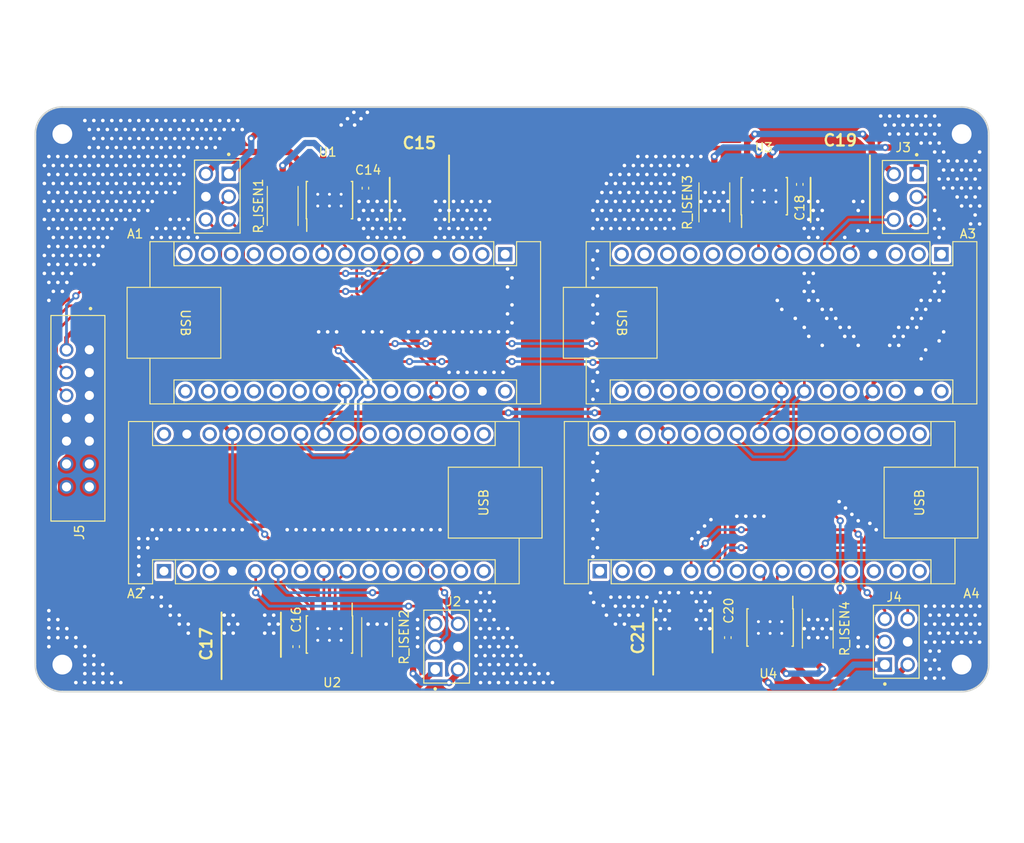
<source format=kicad_pcb>
(kicad_pcb (version 20221018) (generator pcbnew)
  (title_block (title "Motor Controllers") (date "2024-04-06") (rev "1.0") (company "EPFL Xplore") (comment 4 "Author: Ilyas Asmouki"))
  (layers (0 "F.Cu" signal) (31 "B.Cu" power) (34 "B.Paste" user) (35 "F.Paste" user) (36 "B.SilkS" user "B.Silkscreen") (37 "F.SilkS" user "F.Silkscreen") (38 "B.Mask" user) (39 "F.Mask" user) (44 "Edge.Cuts" user))
  (net 0 "")
  (net 4 "GND")
  (net 5 "/ENC_FRW1")
  (net 6 "/ENC_FRW2")
  (net 8 "/PWM_FRW1")
  (net 9 "/PWM_FRW2")
  (net 23 "I2C_SDA")
  (net 24 "I2C_SCL")
  (net 30 "+5V")
  (net 34 "/ENC_FLW1")
  (net 35 "/ENC_FLW2")
  (net 37 "/PWM_FLW1")
  (net 38 "/PWM_FLW2")
  (net 60 "/ENC_RRW1")
  (net 61 "/ENC_RRW2")
  (net 63 "/PWM_RRW1")
  (net 64 "/PWM_RRW2")
  (net 84 "/ENC_RLW1")
  (net 85 "/ENC_RLW2")
  (net 87 "/PWM_RLW1")
  (net 88 "/PWM_RLW2")
  (net 105 "+BATT")
  (net 106 "/Motor Driver 1/MD_SEN")
  (net 107 "/Motor Driver 2/MD_SEN")
  (net 108 "/Motor Driver 3/MD_SEN")
  (net 109 "/Motor Driver 4/MD_SEN")
  (net 110 "/MTR_FRW1")
  (net 111 "/MTR_FRW2")
  (net 112 "/MTR_FLW1")
  (net 113 "/MTR_FLW2")
  (net 114 "/MTR_RRW1")
  (net 115 "/MTR_RRW2")
  (net 116 "/MTR_RLW1")
  (net 117 "/MTR_RLW2")
  (footprint "Resistor_SMD:R_2512_6332Metric" (layer "F.Cu") (at 168.5 80.6 -90)
    (fp_text reference "R_ISEN3")
    (fp_text value "250m")
  )
  (footprint "SFH11-PBPC-D07-ST-BK:SULLINS_SFH11-PBPC-D07-ST-BK" (layer "F.Cu") (at 97.73 104.61 90)
    (fp_text reference "J5")
    (fp_text value "Power + I2C")
  )
  (footprint "Capacitor_SMD:C_0402_1005Metric" (layer "F.Cu") (at 129.7 79.02 -90)
    (fp_text reference "C14")
    (fp_text value "100n")
  )
  (footprint "PPTC032LFBN-RC:SULLINS_PPTC032LFBN-RC" (layer "F.Cu") (at 188.73 129.46 -90)
    (fp_text reference "J4")
    (fp_text value "Conn_02x03_Counter_Clockwise")
  )
  (footprint "MountingHole:MountingHole_2.2mm_M2_ISO7380_Pad" (layer "F.Cu") (at 196 132)
    (fp_text reference "H4" hide)
    (fp_text value "MountingHole_Pad")
  )
  (footprint "Module:Arduino_Nano" (layer "F.Cu") (at 145.24 86.37 -90)
    (fp_text reference "A1")
    (fp_text value "Arduino_Nano_v2.x")
  )
  (footprint "Capacitor_SMD:C_0402_1005Metric" (layer "F.Cu") (at 178 78.6 -90)
    (fp_text reference "C18")
    (fp_text value "100n")
  )
  (footprint "Resistor_SMD:R_2512_6332Metric" (layer "F.Cu") (at 131 128.945 90)
    (fp_text reference "R_ISEN2")
    (fp_text value "250m")
  )
  (footprint "PPTC032LFBN-RC:SULLINS_PPTC032LFBN-RC" (layer "F.Cu") (at 113.23 79.96 90)
    (fp_text reference "J1" hide)
    (fp_text value "Conn_02x03_Counter_Clockwise")
  )
  (footprint "Package_SO:Texas_HTSOP-8-1EP_3.9x4.9mm_P1.27mm_EP2.95x4.9mm_Mask2.4x3.1mm_ThermalVias" (layer "F.Cu") (at 174.7 127.875 -90)
    (fp_text reference "U4")
    (fp_text value "DRV8870DDA")
  )
  (footprint "865080543009:CAPAE660X550N" (layer "F.Cu") (at 135.7 79.5 -90)
    (fp_text reference "C15")
    (fp_text value "47u" hide)
  )
  (footprint "Resistor_SMD:R_2512_6332Metric" (layer "F.Cu") (at 180 128 90)
    (fp_text reference "R_ISEN4")
    (fp_text value "250m")
  )
  (footprint "865080543009:CAPAE660X550N" (layer "F.Cu") (at 117 129.5 90)
    (fp_text reference "C17")
    (fp_text value "47u" hide)
  )
  (footprint "Module:Arduino_Nano" (layer "F.Cu") (at 155.76 121.61 90)
    (fp_text reference "A4")
    (fp_text value "Arduino_Nano_v2.x")
  )
  (footprint "Package_SO:Texas_HTSOP-8-1EP_3.9x4.9mm_P1.27mm_EP2.95x4.9mm_Mask2.4x3.1mm_ThermalVias" (layer "F.Cu") (at 125.7 128.65 -90)
    (fp_text reference "U2")
    (fp_text value "DRV8870DDA")
  )
  (footprint "Module:Arduino_Nano" (layer "F.Cu") (at 193.75 86.37 -90)
    (fp_text reference "A3")
    (fp_text value "Arduino_Nano_v2.x")
  )
  (footprint "Capacitor_SMD:C_0402_1005Metric" (layer "F.Cu") (at 122 130 90)
    (fp_text reference "C16")
    (fp_text value "100n")
  )
  (footprint "865080543009:CAPAE660X550N" (layer "F.Cu") (at 182.5 79.5 -90)
    (fp_text reference "C19")
    (fp_text value "47u" hide)
  )
  (footprint "MountingHole:MountingHole_2.2mm_M2_ISO7380_Pad" (layer "F.Cu") (at 96 73)
    (fp_text reference "H1" hide)
    (fp_text value "MountingHole_Pad")
  )
  (footprint "PPTC032LFBN-RC:SULLINS_PPTC032LFBN-RC" (layer "F.Cu") (at 189.73 80 90)
    (fp_text reference "J3")
    (fp_text value "Conn_02x03_Counter_Clockwise")
  )
  (footprint "865080543009:CAPAE660X550N" (layer "F.Cu") (at 165 129 90)
    (fp_text reference "C21")
    (fp_text value "47u" hide)
  )
  (footprint "MountingHole:MountingHole_2.2mm_M2_ISO7380_Pad" (layer "F.Cu") (at 96 132)
    (fp_text reference "H2" hide)
    (fp_text value "MountingHole_Pad")
  )
  (footprint "PPTC032LFBN-RC:SULLINS_PPTC032LFBN-RC" (layer "F.Cu") (at 138.73 130 -90)
    (fp_text reference "J2")
    (fp_text value "Conn_02x03_Counter_Clockwise")
  )
  (footprint "MountingHole:MountingHole_2.2mm_M2_ISO7380_Pad" (layer "F.Cu") (at 196 73)
    (fp_text reference "H3" hide)
    (fp_text value "MountingHole_Pad")
  )
  (footprint "Package_SO:Texas_HTSOP-8-1EP_3.9x4.9mm_P1.27mm_EP2.95x4.9mm_Mask2.4x3.1mm_ThermalVias" (layer "F.Cu") (at 125.7 80.35 90)
    (fp_text reference "U1")
    (fp_text value "DRV8870DDA")
  )
  (footprint "Module:Arduino_Nano" (layer "F.Cu") (at 107.3 121.61 90)
    (fp_text reference "A2")
    (fp_text value "Arduino_Nano_v2.x")
  )
  (footprint "Resistor_SMD:R_2512_6332Metric" (layer "F.Cu") (at 120.5 81 -90)
    (fp_text reference "R_ISEN1")
    (fp_text value "250m")
  )
  (footprint "Capacitor_SMD:C_0402_1005Metric" (layer "F.Cu") (at 170 129 90)
    (fp_text reference "C20")
    (fp_text value "100n")
  )
  (footprint "Package_SO:Texas_HTSOP-8-1EP_3.9x4.9mm_P1.27mm_EP2.95x4.9mm_Mask2.4x3.1mm_ThermalVias" (layer "F.Cu") (at 174.05 79.91 90)
    (fp_text reference "U3")
    (fp_text value "DRV8870DDA")
  )
  (gr_arc (start 93 73) (mid 93.87868 70.87868) (end 96 70) (stroke (width 0.2)) (layer "Edge.Cuts"))
  (gr_line (start 196 135) (end 96 135) (stroke (width 0.2)) (layer "Edge.Cuts"))
  (gr_arc (start 96 135) (mid 93.87868 134.12132) (end 93 132) (stroke (width 0.2)) (layer "Edge.Cuts"))
  (gr_arc (start 196 70) (mid 198.12132 70.87868) (end 199 73) (stroke (width 0.2)) (layer "Edge.Cuts"))
  (gr_line (start 196 70) (end 96 70) (stroke (width 0.2)) (layer "Edge.Cuts"))
  (gr_arc (start 199 132) (mid 198.12132 134.12132) (end 196 135) (stroke (width 0.2)) (layer "Edge.Cuts"))
  (gr_line (start 199 132) (end 199 73) (stroke (width 0.2)) (layer "Edge.Cuts"))
  (gr_line (start 93 132) (end 93 73) (stroke (width 0.2)) (layer "Edge.Cuts"))
  (segment (start 110.96 79.96) (end 111.96 79.96) (width 0.5) (layer "F.Cu") (net 4))
  (via (at 97.5 87.5) (size 0.8) (drill 0.4) (layers "F.Cu" "B.Cu") (net 4))
  (via (at 198 79) (size 0.8) (drill 0.4) (layers "F.Cu" "B.Cu") (net 4))
  (via (at 150 133) (size 0.8) (drill 0.4) (layers "F.Cu" "B.Cu") (net 4))
  (via (at 156.5 78.5) (size 0.8) (drill 0.4) (layers "F.Cu" "B.Cu") (net 4))
  (via (at 100 82.5) (size 0.8) (drill 0.4) (layers "F.Cu" "B.Cu") (net 4))
  (via (at 104 74.5) (size 0.8) (drill 0.4) (layers "F.Cu" "B.Cu") (net 4))
  (via (at 94.5 127) (size 0.8) (drill 0.4) (layers "F.Cu" "B.Cu") (net 4))
  (via (at 94.5 129) (size 0.8) (drill 0.4) (layers "F.Cu" "B.Cu") (net 4))
  (via (at 131 127.5) (size 0.8) (drill 0.4) (layers "F.Cu" "B.Cu") (net 4))
  (via (at 98.5 133) (size 0.8) (drill 0.4) (layers "F.Cu" "B.Cu") (net 4))
  (via (at 95.5 75.5) (size 0.8) (drill 0.4) (layers "F.Cu" "B.Cu") (net 4))
  (via (at 147.5 132) (size 0.8) (drill 0.4) (layers "F.Cu" "B.Cu") (net 4))
  (via (at 106.5 79.5) (size 0.8) (drill 0.4) (layers "F.Cu" "B.Cu") (net 4))
  (via (at 99.5 134) (size 0.8) (drill 0.4) (layers "F.Cu" "B.Cu") (net 4))
  (via (at 100.5 75.5) (size 0.8) (drill 0.4) (layers "F.Cu" "B.Cu") (net 4))
  (via (at 185.5 130) (size 0.8) (drill 0.4) (layers "F.Cu" "B.Cu") (net 4))
  (via (at 167.5 125) (size 0.8) (drill 0.4) (layers "F.Cu" "B.Cu") (net 4))
  (via (at 164 79.5) (size 0.8) (drill 0.4) (layers "F.Cu" "B.Cu") (net 4))
  (via (at 194 127.5) (size 0.8) (drill 0.4) (layers "F.Cu" "B.Cu") (net 4))
  (via (at 145.5 90) (size 0.8) (drill 0.4) (layers "F.Cu" "B.Cu") (net 4))
  (via (at 192.5 126.5) (size 0.8) (drill 0.4) (layers "F.Cu" "B.Cu") (net 4))
  (via (at 164 83.5) (size 0.8) (drill 0.4) (layers "F.Cu" "B.Cu") (net 4))
  (via (at 95.5 129) (size 0.8) (drill 0.4) (layers "F.Cu" "B.Cu") (net 4))
  (via (at 169.5 79.5) (size 0.8) (drill 0.4) (layers "F.Cu" "B.Cu") (net 4))
  (via (at 130 80.5) (size 0.8) (drill 0.4) (layers "F.Cu" "B.Cu") (net 4))
  (via (at 132 82.5) (size 0.8) (drill 0.4) (layers "F.Cu" "B.Cu") (net 4))
  (via (at 145.5 134) (size 0.8) (drill 0.4) (layers "F.Cu" "B.Cu") (net 4))
  (via (at 105 76.5) (size 0.8) (drill 0.4) (layers "F.Cu" "B.Cu") (net 4))
  (via (at 94 76.5) (size 0.8) (drill 0.4) (layers "F.Cu" "B.Cu") (net 4))
  (via (at 197 125.5) (size 0.8) (drill 0.4) (layers "F.Cu" "B.Cu") (net 4))
  (via (at 197 83) (size 0.8) (drill 0.4) (layers "F.Cu" "B.Cu") (net 4))
  (via (at 97.5 75.5) (size 0.8) (drill 0.4) (layers "F.Cu" "B.Cu") (net 4))
  (via (at 102.5 79.5) (size 0.8) (drill 0.4) (layers "F.Cu" "B.Cu") (net 4))
  (via (at 131 84.5) (size 0.8) (drill 0.4) (layers "F.Cu" "B.Cu") (net 4))
  (via (at 95.5 87.5) (size 0.8) (drill 0.4) (layers "F.Cu" "B.Cu") (net 4))
  (via (at 193.5 78) (size 0.8) (drill 0.4) (layers "F.Cu" "B.Cu") (net 4))
  (via (at 97.5 81.5) (size 0.8) (drill 0.4) (layers "F.Cu" "B.Cu") (net 4))
  (via (at 102 82.5) (size 0.8) (drill 0.4) (layers "F.Cu" "B.Cu") (net 4))
  (via (at 167 75.5) (size 0.8) (drill 0.4) (layers "F.Cu" "B.Cu") (net 4))
  (via (at 141 125) (size 0.8) (drill 0.4) (layers "F.Cu" "B.Cu") (net 4))
  (via (at 109 72.5) (size 0.8) (drill 0.4) (layers "F.Cu" "B.Cu") (net 4))
  (via (at 96.5 75.5) (size 0.8) (drill 0.4) (layers "F.Cu" "B.Cu") (net 4))
  (via (at 166.5 125) (size 0.8) (drill 0.4) (layers "F.Cu" "B.Cu") (net 4))
  (via (at 133 82.5) (size 0.8) (drill 0.4) (layers "F.Cu" "B.Cu") (net 4))
  (via (at 143 83.5) (size 0.8) (drill 0.4) (layers "F.Cu" "B.Cu") (net 4))
  (via (at 191.5 98) (size 0.8) (drill 0.4) (layers "F.Cu" "B.Cu") (net 4))
  (via (at 106 74.5) (size 0.8) (drill 0.4) (layers "F.Cu" "B.Cu") (net 4))
  (via (at 107 117) (size 0.8) (drill 0.4) (layers "F.Cu" "B.Cu") (net 4))
  (via (at 197 127.5) (size 0.8) (drill 0.4) (layers "F.Cu" "B.Cu") (net 4))
  (via (at 193 129.5) (size 0.8) (drill 0.4) (layers "F.Cu" "B.Cu") (net 4))
  (via (at 138.5 82.5) (size 0.8) (drill 0.4) (layers "F.Cu" "B.Cu") (net 4))
  (via (at 155.5 99.5) (size 0.8) (drill 0.4) (layers "F.Cu" "B.Cu") (net 4))
  (via (at 180 84.5) (size 0.8) (drill 0.4) (layers "F.Cu" "B.Cu") (net 4))
  (via (at 94.5 126) (size 0.8) (drill 0.4) (layers "F.Cu" "B.Cu") (net 4))
  (via (at 180 82.5) (size 0.8) (drill 0.4) (layers "F.Cu" "B.Cu") (net 4))
  (via (at 193.5 126.5) (size 0.8) (drill 0.4) (layers "F.Cu" "B.Cu") (net 4))
  (via (at 99 78.5) (size 0.8) (drill 0.4) (layers "F.Cu" "B.Cu") (net 4))
  (via (at 158.5 82.5) (size 0.8) (drill 0.4) (layers "F.Cu" "B.Cu") (net 4))
  (via (at 141 99.5) (size 0.8) (drill 0.4) (layers "F.Cu" "B.Cu") (net 4))
  (via (at 168 128) (size 0.8) (drill 0.4) (layers "F.Cu" "B.Cu") (net 4))
  (via (at 156 83.5) (size 0.8) (drill 0.4) (layers "F.Cu" "B.Cu") (net 4))
  (via (at 106 72.5) (size 0.8) (drill 0.4) (layers "F.Cu" "B.Cu") (net 4))
  (via (at 104 72.5) (size 0.8) (drill 0.4) (layers "F.Cu" "B.Cu") (net 4))
  (via (at 101.5 75.5) (size 0.8) (drill 0.4) (layers "F.Cu" "B.Cu") (net 4))
  (via (at 97.5 85.5) (size 0.8) (drill 0.4) (layers "F.Cu" "B.Cu") (net 4))
  (via (at 110 117) (size 0.8) (drill 0.4) (layers "F.Cu" "B.Cu") (net 4))
  (via (at 94.5 75.5) (size 0.8) (drill 0.4) (layers "F.Cu" "B.Cu") (net 4))
  (via (at 184.5 116) (size 0.8) (drill 0.4) (layers "F.Cu" "B.Cu") (net 4))
  (via (at 155 89) (size 0.8) (drill 0.4) (layers "F.Cu" "B.Cu") (net 4))
  (via (at 162.5 124) (size 0.8) (drill 0.4) (layers "F.Cu" "B.Cu") (net 4))
  (via (at 94.5 91.5) (size 0.8) (drill 0.4) (layers "F.Cu" "B.Cu") (net 4))
  (via (at 197 77) (size 0.8) (drill 0.4) (layers "F.Cu" "B.Cu") (net 4))
  (via (at 189 96.5) (size 0.8) (drill 0.4) (layers "F.Cu" "B.Cu") (net 4))
  (via (at 112.5 73.5) (size 0.8) (drill 0.4) (layers "F.Cu" "B.Cu") (net 4))
  (via (at 101 72.5) (size 0.8) (drill 0.4) (layers "F.Cu" "B.Cu") (net 4))
  (via (at 142 125) (size 0.8) (drill 0.4) (layers "F.Cu" "B.Cu") (net 4))
  (via (at 160 83.5) (size 0.8) (drill 0.4) (layers "F.Cu" "B.Cu") (net 4))
  (via (at 102.5 77.5) (size 0.8) (drill 0.4) (layers "F.Cu" "B.Cu") (net 4))
  (via (at 145 133) (size 0.8) (drill 0.4) (layers "F.Cu" "B.Cu") (net 4))
  (via (at 193 71) (size 0.8) (drill 0.4) (layers "F.Cu" "B.Cu") (net 4))
  (via (at 162 75.5) (size 0.8) (drill 0.4) (layers "F.Cu" "B.Cu") (net 4))
  (via (at 105.5 71.5) (size 0.8) (drill 0.4) (layers "F.Cu" "B.Cu") (net 4))
  (via (at 188.5 72) (size 0.8) (drill 0.4) (layers "F.Cu" "B.Cu") (net 4))
  (via (at 186.5 117) (size 0.8) (drill 0.4) (layers "F.Cu" "B.Cu") (net 4))
  (via (at 108.5 83.5) (size 0.8) (drill 0.4) (layers "F.Cu" "B.Cu") (net 4))
  (via (at 142.5 126) (size 0.8) (drill 0.4) (layers "F.Cu" "B.Cu") (net 4))
  (via (at 159.5 80.5) (size 0.8) (drill 0.4) (layers "F.Cu" "B.Cu") (net 4))
  (via (at 95 84.5) (size 0.8) (drill 0.4) (layers "F.Cu" "B.Cu") (net 4))
  (via (at 179 82.5) (size 0.8) (drill 0.4) (layers "F.Cu" "B.Cu") (net 4))
  (via (at 104.5 71.5) (size 0.8) (drill 0.4) (layers "F.Cu" "B.Cu") (net 4))
  (via (at 109 76.5) (size 0.8) (drill 0.4) (layers "F.Cu" "B.Cu") (net 4))
  (via (at 111 117) (size 0.8) (drill 0.4) (layers "F.Cu" "B.Cu") (net 4))
  (via (at 98 78.5) (size 0.8) (drill 0.4) (layers "F.Cu" "B.Cu") (net 4))
  (via (at 108 74.5) (size 0.8) (drill 0.4) (layers "F.Cu" "B.Cu") (net 4))
  (via (at 192 133.5) (size 0.8) (drill 0.4) (layers "F.Cu" "B.Cu") (net 4))
  (via (at 99.5 77.5) (size 0.8) (drill 0.4) (layers "F.Cu" "B.Cu") (net 4))
  (via (at 138.5 84.5) (size 0.8) (drill 0.4) (layers "F.Cu" "B.Cu") (net 4))
  (via (at 195.5 126.5) (size 0.8) (drill 0.4) (layers "F.Cu" "B.Cu") (net 4))
  (via (at 133 117) (size 0.8) (drill 0.4) (layers "F.Cu" "B.Cu") (net 4))
  (via (at 159.5 82.5) (size 0.8) (drill 0.4) (layers "F.Cu" "B.Cu") (net 4))
  (via (at 155.5 86) (size 0.8) (drill 0.4) (layers "F.Cu" "B.Cu") (net 4))
  (via (at 196 81) (size 0.8) (drill 0.4) (layers "F.Cu" "B.Cu") (net 4))
  (via (at 179.5 128) (size 0.8) (drill 0.4) (layers "F.Cu" "B.Cu") (net 4))
  (via (at 182.5 94.5) (size 0.8) (drill 0.4) (layers "F.Cu" "B.Cu") (net 4))
  (via (at 130.5 95) (size 0.8) (drill 0.4) (layers "F.Cu" "B.Cu") (net 4))
  (via (at 192.5 130.5) (size 0.8) (drill 0.4) (layers "F.Cu" "B.Cu") (net 4))
  (via (at 160 81.5) (size 0.8) (drill 0.4) (layers "F.Cu" "B.Cu") (net 4))
  (via (at 129.207107 71.292893) (size 0.8) (drill 0.4) (layers "F.Cu" "B.Cu") (net 4))
  (via (at 98.5 81.5) (size 0.8) (drill 0.4) (layers "F.Cu" "B.Cu") (net 4))
  (via (at 194 75) (size 0.8) (drill 0.4) (layers "F.Cu" "B.Cu") (net 4))
  (via (at 138.5 80.5) (size 0.8) (drill 0.4) (layers "F.Cu" "B.Cu") (net 4))
  (via (at 100 76.5) (size 0.8) (drill 0.4) (layers "F.Cu" "B.Cu") (net 4))
  (via (at 100 86.5) (size 0.8) (drill 0.4) (layers "F.Cu" "B.Cu") (net 4))
  (via (at 108 117) (size 0.8) (drill 0.4) (layers "F.Cu" "B.Cu") (net 4))
  (via (at 99 72.5) (size 0.8) (drill 0.4) (layers "F.Cu" "B.Cu") (net 4))
  (via (at 97.5 129) (size 0.8) (drill 0.4) (layers "F.Cu" "B.Cu") (net 4))
  (via (at 159 126.5) (size 0.8) (drill 0.4) (layers "F.Cu" "B.Cu") (net 4))
  (via (at 147 133) (size 0.8) (drill 0.4) (layers "F.Cu" "B.Cu") (net 4))
  (via (at 166 118) (size 0.8) (drill 0.4) (layers "F.Cu" "B.Cu") (net 4))
  (via (at 98.5 130) (size 0.8) (drill 0.4) (layers "F.Cu" "B.Cu") (net 4))
  (via (at 161 79.5) (size 0.8) (drill 0.4) (layers "F.Cu" "B.Cu") (net 4))
  (via (at 155 116) (size 0.8) (drill 0.4) (layers "F.Cu" "B.Cu") (net 4))
  (via (at 168.5 79.5) (size 0.8) (drill 0.4) (layers "F.Cu" "B.Cu") (net 4))
  (via (at 111 74.5) (size 0.8) (drill 0.4) (layers "F.Cu" "B.Cu") (net 4))
  (via (at 196 127.5) (size 0.8) (drill 0.4) (layers "F.Cu" "B.Cu") (net 4))
  (via (at 158.5 80.5) (size 0.8) (drill 0.4) (layers "F.Cu" "B.Cu") (net 4))
  (via (at 164 75.5) (size 0.8) (drill 0.4) (layers "F.Cu" "B.Cu") (net 4))
  (via (at 193 73) (size 0.8) (drill 0.4) (layers "F.Cu" "B.Cu") (net 4))
  (via (at 144.5 95) (size 0.8) (drill 0.4) (layers "F.Cu" "B.Cu") (net 4))
  (via (at 108.5 73.5) (size 0.8) (drill 0.4) (layers "F.Cu" "B.Cu") (net 4))
  (via (at 135.5 127) (size 0.8) (drill 0.4) (layers "F.Cu" "B.Cu") (net 4))
  (via (at 101.5 73.5) (size 0.8) (drill 0.4) (layers "F.Cu" "B.Cu") (net 4))
  (via (at 194.5 126.5) (size 0.8) (drill 0.4) (layers "F.Cu" "B.Cu") (net 4))
  (via (at 119.5 126.5) (size 0.8) (drill 0.4) (layers "F.Cu" "B.Cu") (net 4))
  (via (at 108.5 77.5) (size 0.8) (drill 0.4) (layers "F.Cu" "B.Cu") (net 4))
  (via (at 155.5 108.5) (size 0.8) (drill 0.4) (layers "F.Cu" "B.Cu") (net 4))
  (via (at 179 95.5) (size 0.8) (drill 0.4) (layers "F.Cu" "B.Cu") (net 4))
  (via (at 189 94.5) (size 0.8) (drill 0.4) (layers "F.Cu" "B.Cu") (net 4))
  (via (at 142.5 95) (size 0.8) (drill 0.4) (layers "F.Cu" "B.Cu") (net 4))
  (via (at 167.5 81.5) (size 0.8) (drill 0.4) (layers "F.Cu" "B.Cu") (net 4))
  (via (at 144 133) (size 0.8) (drill 0.4) (layers "F.Cu" "B.Cu") (net 4))
  (via (at 98.5 87.5) (size 0.8) (drill 0.4) (layers "F.Cu" "B.Cu") (net 4))
  (via (at 103.5 77.5) (size 0.8) (drill 0.4) (layers "F.Cu" "B.Cu") (net 4))
  (via (at 182 93.5) (size 0.8) (drill 0.4) (layers "F.Cu" "B.Cu") (net 4))
  (via (at 102.5 134) (size 0.8) (drill 0.4) (layers "F.Cu" "B.Cu") (net 4))
  (via (at 94.5 79.5) (size 0.8) (drill 0.4) (layers "F.Cu" "B.Cu") (net 4))
  (via (at 108 125.5) (size 0.8) (drill 0.4) (layers "F.Cu" "B.Cu") (net 4))
  (via (at 193.5 74) (size 0.8) (drill 0.4) (layers "F.Cu" "B.Cu") (net 4))
  (via (at 196.5 76) (size 0.8) (drill 0.4) (layers "F.Cu" "B.Cu") (net 4))
  (via (at 162 125) (size 0.8) (drill 0.4) (layers "F.Cu" "B.Cu") (net 4))
  (via (at 143.5 128) (size 0.8) (drill 0.4) (layers "F.Cu" "B.Cu") (net 4))
  (via (at 155.5 115) (size 0.8) (drill 0.4) (layers "F.Cu" "B.Cu") (net 4))
  (via (at 98 82.5) (size 0.8) (drill 0.4) (layers "F.Cu" "B.Cu") (net 4))
  (via (at 104.5 118) (size 0.8) (drill 0.4) (layers "F.Cu" "B.Cu") (net 4))
  (via (at 101 74.5) (size 0.8) (drill 0.4) (layers "F.Cu" "B.Cu") (net 4))
  (via (at 158 77.5) (size 0.8) (drill 0.4) (layers "F.Cu" "B.Cu") (net 4))
  (via (at 145.5 128) (size 0.8) (drill 0.4) (layers "F.Cu" "B.Cu") (net 4))
  (via (at 102.5 75.5) (size 0.8) (drill 0.4) (layers "F.Cu" "B.Cu") (net 4))
  (via (at 193.5 132.5) (size 0.8) (drill 0.4) (layers "F.Cu" "B.Cu") (net 4))
  (via (at 143 129) (size 0.8) (drill 0.4) (layers "F.Cu" "B.Cu") (net 4))
  (via (at 145 129) (size 0.8) (drill 0.4) (layers "F.Cu" "B.Cu") (net 4))
  (via (at 155 87) (size 0.8) (drill 0.4) (layers "F.Cu" "B.Cu") (net 4))
  (via (at 108.5 71.5) (size 0.8) (drill 0.4) (layers "F.Cu" "B.Cu") (net 4))
  (via (at 154.732233 124.025126) (size 0.8) (drill 0.4) (layers "F.Cu" "B.Cu") (net 4))
  (via (at 161 124.5) (size 0.8) (drill 0.4) (layers "F.Cu" "B.Cu") (net 4))
  (via (at 142 127) (size 0.8) (drill 0.4) (layers "F.Cu" "B.Cu") (net 4))
  (via (at 94 80.5) (size 0.8) (drill 0.4) (layers "F.Cu" "B.Cu") (net 4))
  (via (at 155.5 93) (size 0.8) (drill 0.4) (layers "F.Cu" "B.Cu") (net 4))
  (via (at 109 126.5) (size 0.8) (drill 0.4) (layers "F.Cu" "B.Cu") (net 4))
  (via (at 179 129) (size 0.8) (drill 0.4) (layers "F.Cu" "B.Cu") (net 4))
  (via (at 161.5 80.5) (size 0.8) (drill 0.4) (layers "F.Cu" "B.Cu") (net 4))
  (via (at 167.5 79.5) (size 0.8) (drill 0.4) (layers "F.Cu" "B.Cu") (net 4))
  (via (at 178.5 128) (size 0.8) (drill 0.4) (layers "F.Cu" "B.Cu") (net 4))
  (via (at 107.5 71.5) (size 0.8) (drill 0.4) (layers "F.Cu" "B.Cu") (net 4))
  (via (at 145.5 93) (size 0.8) (drill 0.4) (layers "F.Cu" "B.Cu") (net 4))
  (via (at 104.5 75.5) (size 0.8) (drill 0.4) (layers "F.Cu" "B.Cu") (net 4))
  (via (at 96.5 85.5) (size 0.8) (drill 0.4) (layers "F.Cu" "B.Cu") (net 4))
  (via (at 114.5 127.5) (size 0.8) (drill 0.4) (layers "F.Cu" "B.Cu") (net 4))
  (via (at 137.5 80.5) (size 0.8) (drill 0.4) (layers "F.Cu" "B.Cu") (net 4))
  (via (at 94 82.5) (size 0.8) (drill 0.4) (layers "F.Cu" "B.Cu") (net 4))
  (via (at 192 92.5) (size 0.8) (drill 0.4) (layers "F.Cu" "B.Cu") (net 4))
  (via (at 94 78.5) (size 0.8) (drill 0.4) (layers "F.Cu" "B.Cu") (net 4))
  (via (at 105.5 73.5) (size 0.8) (drill 0.4) (layers "F.Cu" "B.Cu") (net 4))
  (via (at 197.5 76) (size 0.8) (drill 0.4) (layers "F.Cu" "B.Cu") (net 4))
  (via (at 193.5 84.5) (size 0.8) (drill 0.4) (layers "F.Cu" "B.Cu") (net 4))
  (via (at 160 79.5) (size 0.8) (drill 0.4) (layers "F.Cu" "B.Cu") (net 4))
  (via (at 158 79.5) (size 0.8) (drill 0.4) (layers "F.Cu" "B.Cu") (net 4))
  (via (at 191 71) (size 0.8) (drill 0.4) (layers "F.Cu" "B.Cu") (net 4))
  (via (at 145.5 130) (size 0.8) (drill 0.4) (layers "F.Cu" "B.Cu") (net 4))
  (via (at 180.5 83.5) (size 0.8) (drill 0.4) (layers "F.Cu" "B.Cu") (net 4))
  (via (at 163.5 126) (size 0.8) (drill 0.4) (layers "F.Cu" "B.Cu") (net 4))
  (via (at 109.5 77.5) (size 0.8) (drill 0.4) (layers "F.Cu" "B.Cu") (net 4))
  (via (at 112 72.5) (size 0.8) (drill 0.4) (layers "F.Cu" "B.Cu") (net 4))
  (via (at 105 74.5) (size 0.8) (drill 0.4) (layers "F.Cu" "B.Cu") (net 4))
  (via (at 102 72.5) (size 0.8) (drill 0.4) (layers "F.Cu" "B.Cu") (net 4))
  (via (at 184.5 96.5) (size 0.8) (drill 0.4) (layers "F.Cu" "B.Cu") (net 4))
  (via (at 195 79) (size 0.8) (drill 0.4) (layers "F.Cu" "B.Cu") (net 4))
  (via (at 155 118) (size 0.8) (drill 0.4) (layers "F.Cu" "B.Cu") (net 4))
  (via (at 191.5 93.5) (size 0.8) (drill 0.4) (layers "F.Cu" "B.Cu") (net 4))
  (via (at 160.5 82.5) (size 0.8) (drill 0.4) (layers "F.Cu" "B.Cu") (net 4))
  (via (at 163 81.5) (size 0.8) (drill 0.4) (layers "F.Cu" "B.Cu") (net 4))
  (via (at 164.5 124) (size 0.8) (drill 0.4) (layers "F.Cu" "B.Cu") (net 4))
  (via (at 190 71) (size 0.8) (drill 0.4) (layers "F.Cu" "B.Cu") (net 4))
  (via (at 195.5 78) (size 0.8) (drill 0.4) (layers "F.Cu" "B.Cu") (net 4))
  (via (at 145 131) (size 0.8) (drill 0.4) (layers "F.Cu" "B.Cu") (net 4))
  (via (at 146.5 132) (size 0.8) (drill 0.4) (layers "F.Cu" "B.Cu") (net 4))
  (via (at 103 78.5) (size 0.8) (drill 0.4) (layers "F.Cu" "B.Cu") (net 4))
  (via (at 135.5 130) (size 0.8) (drill 0.4) (layers "F.Cu" "B.Cu") (net 4))
  (via (at 184.5 81.5) (size 0.8) (drill 0.4) (layers "F.Cu" "B.Cu") (net 4))
  (via (at 113.5 71.5) (size 0.8) (drill 0.4) (layers "F.Cu" "B.Cu") (net 4))
  (via (at 127.707107 71.292893) (size 0.8) (drill 0.4) (layers "F.Cu" "B.Cu") (net 4))
  (via (at 104 82.5) (size 0.8) (drill 0.4) (layers "F.Cu" "B.Cu") (net 4))
  (via (at 135.5 128) (size 0.8) (drill 0.4) (layers "F.Cu" "B.Cu") (net 4))
  (via (at 142 131) (size 0.8) (drill 0.4) (layers "F.Cu" "B.Cu") (net 4))
  (via (at 143.5 80.5) (size 0.8) (drill 0.4) (layers "F.Cu" "B.Cu") (net 4))
  (via (at 98.5 134) (size 0.8) (drill 0.4) (layers "F.Cu" "B.Cu") (net 4))
  (via (at 197 129.5) (size 0.8) (drill 0.4) (layers "F.Cu" "B.Cu") (net 4))
  (via (at 137.5 82.5) (size 0.8) (drill 0.4) (layers "F.Cu" "B.Cu") (net 4))
  (via (at 184.5 130) (size 0.8) (drill 0.4) (layers "F.Cu" "B.Cu") (net 4))
  (via (at 161.5 78.5) (size 0.8) (drill 0.4) (layers "F.Cu" "B.Cu") (net 4))
  (via (at 101.5 77.5) (size 0.8) (drill 0.4) (layers "F.Cu" "B.Cu") (net 4))
  (via (at 193 81.5) (size 0.8) (drill 0.4) (layers "F.Cu" "B.Cu") (net 4))
  (via (at 145.5 132) (size 0.8) (drill 0.4) (layers "F.Cu" "B.Cu") (net 4))
  (via (at 129.5 83.5) (size 0.8) (drill 0.4) (layers "F.Cu" "B.Cu") (net 4))
  (via (at 178.5 90.500001) (size 0.8) (drill 0.4) (layers "F.Cu" "B.Cu") (net 4))
  (via (at 156.146447 125.43934) (size 0.8) (drill 0.4) (layers "F.Cu" "B.Cu") (net 4))
  (via (at 160.5 125.5) (size 0.8) (drill 0.4) (layers "F.Cu" "B.Cu") (net 4))
  (via (at 106.5 71.5) (size 0.8) (drill 0.4) (layers "F.Cu" "B.Cu") (net 4))
  (via (at 147 131) (size 0.8) (drill 0.4) (layers "F.Cu" "B.Cu") (net 4))
  (via (at 105.5 81.5) (size 0.8) (drill 0.4) (layers "F.Cu" "B.Cu") (net 4))
  (via (at 108.5 75.5) (size 0.8) (drill 0.4) (layers "F.Cu" "B.Cu") (net 4))
  (via (at 157.5 127.5) (size 0.8) (drill 0.4) (layers "F.Cu" "B.Cu") (net 4))
  (via (at 142.5 128) (size 0.8) (drill 0.4) (layers "F.Cu" "B.Cu") (net 4))
  (via (at 148.5 132) (size 0.8) (drill 0.4) (layers "F.Cu" "B.Cu") (net 4))
  (via (at 160.5 80.5) (size 0.8) (drill 0.4) (layers "F.Cu" "B.Cu") (net 4))
  (via (at 181.5 92.5) (size 0.8) (drill 0.4) (layers "F.Cu" "B.Cu") (net 4))
  (via (at 133.5 81.5) (size 0.8) (drill 0.4) (layers "F.Cu" "B.Cu") (net 4))
  (via (at 129.5 81.5) (size 0.8) (drill 0.4) (layers "F.Cu" "B.Cu") (net 4))
  (via (at 178.5 83.5) (size 0.8) (drill 0.4) (layers "F.Cu" "B.Cu") (net 4))
  (via (at 185 80.5) (size 0.8) (drill 0.4) (layers "F.Cu" "B.Cu") (net 4))
  (via (at 188 73) (size 0.8) (drill 0.4) (layers "F.Cu" "B.Cu") (net 4))
  (via (at 178.5 88.5) (size 0.8) (drill 0.4) (layers "F.Cu" "B.Cu") (net 4))
  (via (at 98 80.5) (size 0.8) (drill 0.4) (layers "F.Cu" "B.Cu") (net 4))
  (via (at 193 127.5) (size 0.8) (drill 0.4) (layers "F.Cu" "B.Cu") (net 4))
  (via (at 109 117) (size 0.8) (drill 0.4) (layers "F.Cu" "B.Cu") (net 4))
  (via (at 142.5 84.5) (size 0.8) (drill 0.4) (layers "F.Cu" "B.Cu") (net 4))
  (via (at 94.499999 127.914969) (size 0.8) (drill 0.4) (layers "F.Cu" "B.Cu") (net 4))
  (via (at 159 83.5) (size 0.8) (drill 0.4) (layers "F.Cu" "B.Cu") (net 4))
  (via (at 144.5 128) (size 0.8) (drill 0.4) (layers "F.Cu" "B.Cu") (net 4))
  (via (at 163 75.5) (size 0.8) (drill 0.4) (layers "F.Cu" "B.Cu") (net 4))
  (via (at 102.5 81.5) (size 0.8) (drill 0.4) (layers "F.Cu" "B.Cu") (net 4))
  (via (at 162.5 78.5) (size 0.8) (drill 0.4) (layers "F.Cu" "B.Cu") (net 4))
  (via (at 196 77) (size 0.8) (drill 0.4) (layers "F.Cu" "B.Cu") (net 4))
  (via (at 105.5 119) (size 0.8) (drill 0.4) (layers "F.Cu" "B.Cu") (net 4))
  (via (at 176 92.5) (size 0.8) (drill 0.4) (layers "F.Cu" "B.Cu") (net 4))
  (via (at 104.5 79.5) (size 0.8) (drill 0.4) (layers "F.Cu" "B.Cu") (net 4))
  (via (at 197.5 78) (size 0.8) (drill 0.4) (layers "F.Cu" "B.Cu") (net 4))
  (via (at 114.5 71.5) (size 0.8) (drill 0.4) (layers "F.Cu" "B.Cu") (net 4))
  (via (at 150.5 134) (size 0.8) (drill 0.4) (layers "F.Cu" "B.Cu") (net 4))
  (via (at 184 80.5) (size 0.8) (drill 0.4) (layers "F.Cu" "B.Cu") (net 4))
  (via (at 103.5 75.5) (size 0.8) (drill 0.4) (layers "F.Cu" "B.Cu") (net 4))
  (via (at 101.5 79.5) (size 0.8) (drill 0.4) (layers "F.Cu" "B.Cu") (net 4))
  (via (at 111.5 71.5) (size 0.8) (drill 0.4) (layers "F.Cu" "B.Cu") (net 4))
  (via (at 134 82.5) (size 0.8) (drill 0.4) (layers "F.Cu" "B.Cu") (net 4))
  (via (at 161.5 76.5) (size 0.8) (drill 0.4) (layers "F.Cu" "B.Cu") (net 4))
  (via (at 139.5 95) (size 0.8) (drill 0.4) (layers "F.Cu" "B.Cu") (net 4))
  (via (at 180.5 128) (size 0.8) (drill 0.4) (layers "F.Cu" "B.Cu") (net 4))
  (via (at 194 125.5) (size 0.8) (drill 0.4) (layers "F.Cu" "B.Cu") (net 4))
  (via (at 147.5 134) (size 0.8) (drill 0.4) (layers "F.Cu" "B.Cu") (net 4))
  (via (at 133 80.5) (size 0.8) (drill 0.4) (layers "F.Cu" "B.Cu") (net 4))
  (via (at 194.5 76) (size 0.8) (drill 0.4) (layers "F.Cu" "B.Cu") (net 4))
  (via (at 161 77.5) (size 0.8) (drill 0.4) (layers "F.Cu" "B.Cu") (net 4))
  (via (at 127 72) (size 0.8) (drill 0.4) (layers "F.Cu" "B.Cu") (net 4))
  (via (at 195.5 80) (size 0.8) (drill 0.4) (layers "F.Cu" "B.Cu") (net 4))
  (via (at 110.5 71.5) (size 0.8) (drill 0.4) (layers "F.Cu" "B.Cu") (net 4))
  (via (at 139.5 80.5) (size 0.8) (drill 0.4) (layers "F.Cu" "B.Cu") (net 4))
  (via (at 165.5 76.5) (size 0.8) (drill 0.4) (layers "F.Cu" "B.Cu") (net 4))
  (via (at 142.5 82.5) (size 0.8) (drill 0.4) (layers "F.Cu" "B.Cu") (net 4))
  (via (at 166.5 127) (size 0.8) (drill 0.4) (layers "F.Cu" "B.Cu") (net 4))
  (via (at 195 125.5) (size 0.8) (drill 0.4) (layers "F.Cu" "B.Cu") (net 4))
  (via (at 162 127) (size 0.8) (drill 0.4) (layers "F.Cu" "B.Cu") (net 4))
  (via (at 129 82.5) (size 0.8) (drill 0.4) (layers "F.Cu" "B.Cu") (net 4))
  (via (at 99.5 131) (size 0.8) (drill 0.4) (layers "F.Cu" "B.Cu") (net 4))
  (via (at 105 72.5) (size 0.8) (drill 0.4) (layers "F.Cu" "B.Cu") (net 4))
  (via (at 193 88.5) (size 0.8) (drill 0.4) (layers "F.Cu" "B.Cu") (net 4))
  (via (at 94.5 130) (size 0.8) (drill 0.4) (layers "F.Cu" "B.Cu") (net 4))
  (via (at 106.5 75.5) (size 0.8) (drill 0.4) (layers "F.Cu" "B.Cu") (net 4))
  (via (at 156.5 126.5) (size 0.8) (drill 0.4) (layers "F.Cu" "B.Cu") (net 4))
  (via (at 188 96.5) (size 0.8) (drill 0.4) (layers "F.Cu" "B.Cu") (net 4))
  (via (at 109.5 75.5) (size 0.8) (drill 0.4) (layers "F.Cu" "B.Cu") (net 4))
  (via (at 193 131.5) (size 0.8) (drill 0.4) (layers "F.Cu" "B.Cu") (net 4))
  (via (at 129.5 95) (size 0.8) (drill 0.4) (layers "F.Cu" "B.Cu") (net 4))
  (via (at 100 80.5) (size 0.8) (drill 0.4) (layers "F.Cu" "B.Cu") (net 4))
  (via (at 157 124.5) (size 0.8) (drill 0.4) (layers "F.Cu" "B.Cu") (net 4))
  (via (at 197.5 128.5) (size 0.8) (drill 0.4) (layers "F.Cu" "B.Cu") (net 4))
  (via (at 191.5 74) (size 0.8) (drill 0.4) (layers "F.Cu" "B.Cu") (net 4))
  (via (at 140.5 95) (size 0.8) (drill 0.4) (layers "F.Cu" "B.Cu") (net 4))
  (via (at 184.5 129) (size 0.8) (drill 0.4) (layers "F.Cu" "B.Cu") (net 4))
  (via (at 179 127) (size 0.8) (drill 0.4) (layers "F.Cu" "B.Cu") (net 4))
  (via (at 122 117) (size 0.8) (drill 0.4) (layers "F.Cu" "B.Cu") (net 4))
  (via (at 129 117) (size 0.8) (drill 0.4) (layers "F.Cu" "B.Cu") (net 4))
  (via (at 126 117) (size 0.8) (drill 0.4) (layers "F.Cu" "B.Cu") (net 4))
  (via (at 108 72.5) (size 0.8) (drill 0.4) (layers "F.Cu" "B.Cu") (net 4))
  (via (at 195 77) (size 0.8) (drill 0.4) (layers "F.Cu" "B.Cu") (net 4))
  (via (at 155 120) (size 0.8) (drill 0.4) (layers "F.Cu" "B.Cu") (net 4))
  (via (at 99 82.5) (size 0.8) (drill 0.4) (layers "F.Cu" "B.Cu") (net 4))
  (via (at 158 126.5) (size 0.8) (drill 0.4) (layers "F.Cu" "B.Cu") (net 4))
  (via (at 113.5 73.5) (size 0.8) (drill 0.4) (layers "F.Cu" "B.Cu") (net 4))
  (via (at 95.5 85.5) (size 0.8) (drill 0.4) (layers "F.Cu" "B.Cu") (net 4))
  (via (at 95.5 83.5) (size 0.8) (drill 0.4) (layers "F.Cu" "B.Cu") (net 4))
  (via (at 131 117) (size 0.8) (drill 0.4) (layers "F.Cu" "B.Cu") (net 4))
  (via (at 96.5 77.5) (size 0.8) (drill 0.4) (layers "F.Cu" "B.Cu") (net 4))
  (via (at 160.5 78.5) (size 0.8) (drill 0.4) (layers "F.Cu" "B.Cu") (net 4))
  (via (at 169.5 81.5) (size 0.8) (drill 0.4) (layers "F.Cu" "B.Cu") (net 4))
  (via (at 157 77.5) (size 0.8) (drill 0.4) (layers "F.Cu" "B.Cu") (net 4))
  (via (at 99.5 132) (size 0.8) (drill 0.4) (layers "F.Cu" "B.Cu") (net 4))
  (via (at 124 117) (size 0.8) (drill 0.4) (layers "F.Cu" "B.Cu") (net 4))
  (via (at 142 133) (size 0.8) (drill 0.4) (layers "F.Cu" "B.Cu") (net 4))
  (via (at 181 129) (size 0.8) (drill 0.4) (layers "F.Cu" "B.Cu") (net 4))
  (via (at 102 78.5) (size 0.8) (drill 0.4) (layers "F.Cu" "B.Cu") (net 4))
  (via (at 141 81.5) (size 0.8) (drill 0.4) (layers "F.Cu" "B.Cu") (net 4))
  (via (at 94.5 85.5) (size 0.8) (drill 0.4) (layers "F.Cu" "B.Cu") (net 4))
  (via (at 102 76.5) (size 0.8) (drill 0.4) (layers "F.Cu" "B.Cu") (net 4))
  (via (at 163.5 76.5) (size 0.8) (drill 0.4) (layers "F.Cu" "B.Cu") (net 4))
  (via (at 156 79.5) (size 0.8) (drill 0.4) (layers "F.Cu" "B.Cu") (net 4))
  (via (at 143 131) (size 0.8) (drill 0.4) (layers "F.Cu" "B.Cu") (net 4))
  (via (at 100.5 134) (size 0.8) (drill 0.4) (layers "F.Cu" "B.Cu") (net 4))
  (via (at 155.5 119) (size 0.8) (drill 0.4) (layers "F.Cu" "B.Cu") (net 4))
  (via (at 118.5 126.5) (size 0.8) (drill 0.4) (layers "F.Cu" "B.Cu") (net 4))
  (via (at 100.5 79.5) (size 0.8) (drill 0.4) (layers "F.Cu" "B.Cu") (net 4))
  (via (at 193.5 89.5) (size 0.8) (drill 0.4) (layers "F.Cu" "B.Cu") (net 4))
  (via (at 155 94) (size 0.8) (drill 0.4) (layers "F.Cu" "B.Cu") (net 4))
  (via (at 97 80.5) (size 0.8) (drill 0.4) (layers "F.Cu" "B.Cu") (net 4))
  (via (at 184 95.5) (size 0.8) (drill 0.4) (layers "F.Cu" "B.Cu") (net 4))
  (via (at 114 126.5) (size 0.8) (drill 0.4) (layers "F.Cu" "B.Cu") (net 4))
  (via (at 102.5 73.5) (size 0.8) (drill 0.4) (layers "F.Cu" "B.Cu") (net 4))
  (via (at 131.5 81.5) (size 0.8) (drill 0.4) (layers "F.Cu" "B.Cu") (net 4))
  (via (at 181 127) (size 0.8) (drill 0.4) (layers "F.Cu" "B.Cu") (net 4))
  (via (at 97 88.5) (size 0.8) (drill 0.4) (layers "F.Cu" "B.Cu") (net 4))
  (via (at 131 82.5) (size 0.8) (drill 0.4) (layers "F.Cu" "B.Cu") (net 4))
  (via (at 160 126.5) (size 0.8) (drill 0.4) (layers "F.Cu" "B.Cu") (net 4))
  (via (at 196 129.5) (size 0.8) (drill 0.4) (layers "F.Cu" "B.Cu") (net 4))
  (via (at 99 86.5) (size 0.8) (drill 0.4) (layers "F.Cu" "B.Cu") (net 4))
  (via (at 103.5 71.5) (size 0.8) (drill 0.4) (layers "F.Cu" "B.Cu") (net 4))
  (via (at 100 74.5) (size 0.8) (drill 0.4) (layers "F.Cu" "B.Cu") (net 4))
  (via (at 94.5 89.5) (size 0.8) (drill 0.4) (layers "F.Cu" "B.Cu") (net 4))
  (via (at 131.5 95) (size 0.8) (drill 0.4) (layers "F.Cu" "B.Cu") (net 4))
  (via (at 196 125.5) (size 0.8) (drill 0.4) (layers "F.Cu" "B.Cu") (net 4))
  (via (at 113 74.5) (size 0.8) (drill 0.4) (layers "F.Cu" "B.Cu") (net 4))
  (via (at 105.5 77.5) (size 0.8) (drill 0.4) (layers "F.Cu" "B.Cu") (net 4))
  (via (at 138 117) (size 0.8) (drill 0.4) (layers "F.Cu" "B.Cu") (net 4))
  (via (at 119 127.5) (size 0.8) (drill 0.4) (layers "F.Cu" "B.Cu") (net 4))
  (via (at 113 72.5) (size 0.8) (drill 0.4) (layers "F.Cu" "B.Cu") (net 4))
  (via (at 178.5 94.5) (size 0.8) (drill 0.4) (layers "F.Cu" "B.Cu") (net 4))
  (via (at 96 84.5) (size 0.8) (drill 0.4) (layers "F.Cu" "B.Cu") (net 4))
  (via (at 197 79) (size 0.8) (drill 0.4) (layers "F.Cu" "B.Cu") (net 4))
  (via (at 192 129.5) (size 0.8) (drill 0.4) (layers "F.Cu" "B.Cu") (net 4))
  (via (at 99 74.5) (size 0.8) (drill 0.4) (layers "F.Cu" "B.Cu") (net 4))
  (via (at 171 115.5) (size 0.8) (drill 0.4) (layers "F.Cu" "B.Cu") (net 4))
  (via (at 103.5 73.5) (size 0.8) (drill 0.4) (layers "F.Cu" "B.Cu") (net 4))
  (via (at 142.5 134) (size 0.8) (drill 0.4) (layers "F.Cu" "B.Cu") (net 4))
  (via (at 192 131.5) (size 0.8) (drill 0.4) (layers "F.Cu" "B.Cu") (net 4))
  (via (at 145.5 88) (size 0.8) (drill 0.4) (layers "F.Cu" "B.Cu") (net 4))
  (via (at 143.5 130) (size 0.8) (drill 0.4) (layers "F.Cu" "B.Cu") (net 4))
  (via (at 97 84.5) (size 0.8) (drill 0.4) (layers "F.Cu" "B.Cu") (net 4))
  (via (at 145 99.5) (size 0.8) (drill 0.4) (layers "F.Cu" "B.Cu") (net 4))
  (via (at 95.5 128) (size 0.8) (drill 0.4) (layers "F.Cu" "B.Cu") (net 4))
  (via (at 107.5 79.5) (size 0.8) (drill 0.4) (layers "F.Cu" "B.Cu") (net 4))
  (via (at 192.5 74) (size 0.8) (drill 0.4) (layers "F.Cu" "B.Cu") (net 4))
  (via (at 177.5 93.5) (size 0.8) (drill 0.4) (layers "F.Cu" "B.Cu") (net 4))
  (via (at 108 78.5) (size 0.8) (drill 0.4) (layers "F.Cu" "B.Cu") (net 4))
  (via (at 155 111.5) (size 0.8) (drill 0.4) (layers "F.Cu" "B.Cu") (net 4))
  (via (at 179.5 83.5) (size 0.8) (drill 0.4) (layers "F.Cu" "B.Cu") (net 4))
  (via (at 97.5 83.5) (size 0.8) (drill 0.4) (layers "F.Cu" "B.Cu") (net 4))
  (via (at 137 117) (size 0.8) (drill 0.4) (layers "F.Cu" "B.Cu") (net 4))
  (via (at 136 117) (size 0.8) (drill 0.4) (layers "F.Cu" "B.Cu") (net 4))
  (via (at 159 124.5) (size 0.8) (drill 0.4) (layers "F.Cu" "B.Cu") (net 4))
  (via (at 137.5 95) (size 0.8) (drill 0.4) (layers "F.Cu" "B.Cu") (net 4))
  (via (at 114 128.5) (size 0.8) (drill 0.4) (layers "F.Cu" "B.Cu") (net 4))
  (via (at 195 127.5) (size 0.8) (drill 0.4) (layers "F.Cu" "B.Cu") (net 4))
  (via (at 96.5 83.5) (size 0.8) (drill 0.4) (layers "F.Cu" "B.Cu") (net 4))
  (via (at 104 78.5) (size 0.8) (drill 0.4) (layers "F.Cu" "B.Cu") (net 4))
  (via (at 193.5 96) (size 0.8) (drill 0.4) (layers "F.Cu" "B.Cu") (net 4))
  (via (at 97.5 130) (size 0.8) (drill 0.4) (layers "F.Cu" "B.Cu") (net 4))
  (via (at 193.5 128.5) (size 0.8) (drill 0.4) (layers "F.Cu" "B.Cu") (net 4))
  (via (at 189.000001 71) (size 0.8) (drill 0.4) (layers "F.Cu" "B.Cu") (net 4))
  (via (at 140.5 84.5) (size 0.8) (drill 0.4) (layers "F.Cu" "B.Cu") (net 4))
  (via (at 162.5 128) (size 0.8) (drill 0.4) (layers "F.Cu" "B.Cu") (net 4))
  (via (at 162 79.5) (size 0.8) (drill 0.4) (layers "F.Cu" "B.Cu") (net 4))
  (via (at 143.5 134) (size 0.8) (drill 0.4) (layers "F.Cu" "B.Cu") (net 4))
  (via (at 104.5 122) (size 0.8) (drill 0.4) (layers "F.Cu" "B.Cu") (net 4))
  (via (at 149 133) (size 0.8) (drill 0.4) (layers "F.Cu" "B.Cu") (net 4))
  (via (at 179 80.5) (size 0.8) (drill 0.4) (layers "F.Cu" "B.Cu") (net 4))
  (via (at 99.5 81.5) (size 0.8) (drill 0.4) (layers "F.Cu" "B.Cu") (net 4))
  (via (at 157.5 82.5) (size 0.8) (drill 0.4) (layers "F.Cu" "B.Cu") (net 4))
  (via (at 160 75.5) (size 0.8) (drill 0.4) (layers "F.Cu" "B.Cu") (net 4))
  (via (at 163 127) (size 0.8) (drill 0.4) (layers "F.Cu" "B.Cu") (net 4))
  (via (at 141.5 95) (size 0.8) (drill 0.4) (layers "F.Cu" "B.Cu") (net 4))
  (via (at 106 76.5) (size 0.8) (drill 0.4) (layers "F.Cu" "B.Cu") (net 4))
  (via (at 142 99.5) (size 0.8) (drill 0.4) (layers "F.Cu" "B.Cu") (net 4))
  (via (at 95 80.5) (size 0.8) (drill 0.4) (layers "F.Cu" "B.Cu") (net 4))
  (via (at 115 117) (size 0.8) (drill 0.4) (layers "F.Cu" "B.Cu") (net 4))
  (via (at 190 94.5) (size 0.8) (drill 0.4) (layers "F.Cu" "B.Cu") (net 4))
  (via (at 166 75.5) (size 0.8) (drill 0.4) (layers "F.Cu" "B.Cu") (net 4))
  (via (at 99 76.5) (size 0.8) (drill 0.4) (layers "F.Cu" "B.Cu") (net 4))
  (via (at 180.5 92.5) (size 0.8) (drill 0.4) (layers "F.Cu" "B.Cu") (net 4))
  (via (at 102.5 71.5) (size 0.8) (drill 0.4) (layers "F.Cu" "B.Cu") (net 4))
  (via (at 98.5 132) (size 0.8) (drill 0.4) (layers "F.Cu" "B.Cu") (net 4))
  (via (at 100.5 133) (size 0.8) (drill 0.4) (layers "F.Cu" "B.Cu") (net 4))
  (via (at 155 114) (size 0.8) (drill 0.4) (layers "F.Cu" "B.Cu") (net 4))
  (via (at 185.5 83.75) (size 0.8) (drill 0.4) (layers "F.Cu" "B.Cu") (net 4))
  (via (at 103 76.5) (size 0.8) (drill 0.4) (layers "F.Cu" "B.Cu") (net 4))
  (via (at 110 128.5) (size 0.8) (drill 0.4) (layers "F.Cu" "B.Cu") (net 4))
  (via (at 179 91.5) (size 0.8) (drill 0.4) (layers "F.Cu" "B.Cu") (net 4))
  (via (at 108 126.5) (size 0.8) (drill 0.4) (layers "F.Cu" "B.Cu") (net 4))
  (via (at 157 79.5) (size 0.8) (drill 0.4) (layers "F.Cu" "B.Cu") (net 4))
  (via (at 95 90.5) (size 0.8) (drill 0.4) (layers "F.Cu" "B.Cu") (net 4))
  (via (at 163.5 78.5) (size 0.8) (drill 0.4) (layers "F.Cu" "B.Cu") (net 4))
  (via (at 110 84.5) (size 0.8) (drill 0.4) (layers "F.Cu" "B.Cu") (net 4))
  (via (at 105.5 75.5) (size 0.8) (drill 0.4) (layers "F.Cu" "B.Cu") (net 4))
  (via (at 159.5 78.5) (size 0.8) (drill 0.4) (layers "F.Cu" "B.Cu") (net 4))
  (via (at 166.707107 117.292893) (size 0.8) (drill 0.4) (layers "F.Cu" "B.Cu") (net 4))
  (via (at 97 82.5) (size 0.8) (drill 0.4) (layers "F.Cu" "B.Cu") (net 4))
  (via (at 144.5 134) (size 0.8) (drill 0.4) (layers "F.Cu" "B.Cu") (net 4))
  (via (at 135 117) (size 0.8) (drill 0.4) (layers "F.Cu" "B.Cu") (net 4))
  (via (at 194 95) (size 0.8) (drill 0.4) (layers "F.Cu" "B.Cu") (net 4))
  (via (at 125 117) (size 0.8) (drill 0.4) (layers "F.Cu" "B.Cu") (net 4))
  (via (at 96 80.5) (size 0.8) (drill 0.4) (layers "F.Cu" "B.Cu") (net 4))
  (via (at 108 82.5) (size 0.8) (drill 0.4) (layers "F.Cu" "B.Cu") (net 4))
  (via (at 103 72.5) (size 0.8) (drill 0.4) (layers "F.Cu" "B.Cu") (net 4))
  (via (at 197.5 82) (size 0.8) (drill 0.4) (layers "F.Cu" "B.Cu") (net 4))
  (via (at 105.5 118) (size 0.8) (drill 0.4) (layers "F.Cu" "B.Cu") (net 4))
  (via (at 162.5 80.5) (size 0.8) (drill 0.4) (layers "F.Cu" "B.Cu") (net 4))
  (via (at 96.5 89.5) (size 0.8) (drill 0.4) (layers "F.Cu" "B.Cu") (net 4))
  (via (at 162.5 76.5) (size 0.8) (drill 0.4) (layers "F.Cu" "B.Cu") (net 4))
  (via (at 163.5 124) (size 0.8) (drill 0.4) (layers "F.Cu" "B.Cu") (net 4))
  (via (at 180.5 96.5) (size 0.8) (drill 0.4) (layers "F.Cu" "B.Cu") (net 4))
  (via (at 108 76.5) (size 0.8) (drill 0.4) (layers "F.Cu" "B.Cu") (net 4))
  (via (at 111 72.5) (size 0.8) (drill 0.4) (layers "F.Cu" "B.Cu") (net 4))
  (via (at 103 80.5) (size 0.8) (drill 0.4) (layers "F.Cu" "B.Cu") (net 4))
  (via (at 172 115.5) (size 0.8) (drill 0.4) (layers "F.Cu" "B.Cu") (net 4))
  (via (at 131.5 83.5) (size 0.8) (drill 0.4) (layers "F.Cu" "B.Cu") (net 4))
  (via (at 106 80.5) (size 0.8) (drill 0.4) (layers "F.Cu" "B.Cu") (net 4))
  (via (at 112 117) (size 0.8) (drill 0.4) (layers "F.Cu" "B.Cu") (net 4))
  (via (at 179 84.5) (size 0.8) (drill 0.4) (layers "F.Cu" "B.Cu") (net 4))
  (via (at 168 80.5) (size 0.8) (drill 0.4) (layers "F.Cu" "B.Cu") (net 4))
  (via (at 109.5 83.5) (size 0.8) (drill 0.4) (layers "F.Cu" "B.Cu") (net 4))
  (via (at 101.5 134) (size 0.8) (drill 0.4) (layers "F.Cu" "B.Cu") (net 4))
  (via (at 143.5 126) (size 0.8) (drill 0.4) (layers "F.Cu" "B.Cu") (net 4))
  (via (at 107 74.5) (size 0.8) (drill 0.4) (layers "F.Cu" "B.Cu") (net 4))
  (via (at 99.5 85.5) (size 0.8) (drill 0.4) (layers "F.Cu" "B.Cu") (net 4))
  (via (at 100.5 73.5) (size 0.8) (drill 0.4) (layers "F.Cu" "B.Cu") (net 4))
  (via (at 121 117) (size 0.8) (drill 0.4) (layers "F.Cu" "B.Cu") (net 4))
  (via (at 94.5 83.5) (size 0.8) (drill 0.4) (layers "F.Cu" "B.Cu") (net 4))
  (via (at 198 127.5) (size 0.8) (drill 0.4) (layers "F.Cu" "B.Cu") (net 4))
  (via (at 114 72.5) (size 0.8) (drill 0.4) (layers "F.Cu" "B.Cu") (net 4))
  (via (at 128.5 72) (size 0.8) (drill 0.4) (layers "F.Cu" "B.Cu") (net 4))
  (via (at 163 79.5) (size 0.8) (drill 0.4) (layers "F.Cu" "B.Cu") (net 4))
  (via (at 163.5 82.5) (size 0.8) (drill 0.4) (layers "F.Cu" "B.Cu") (net 4))
  (via (at 162.5 82.5) (size 0.8) (drill 0.4) (layers "F.Cu" "B.Cu") (net 4))
  (via (at 132 117) (size 0.8) (drill 0.4) (layers "F.Cu" "B.Cu") (net 4))
  (via (at 112 74.5) (size 0.8) (drill 0.4) (layers "F.Cu" "B.Cu") (net 4))
  (via (at 109.5 73.5) (size 0.8) (drill 0.4) (layers "F.Cu" "B.Cu") (net 4))
  (via (at 163.5 80.5) (size 0.8) (drill 0.4) (layers "F.Cu" "B.Cu") (net 4))
  (via (at 116 72.5) (size 0.8) (drill 0.4) (layers "F.Cu" "B.Cu") (net 4))
  (via (at 130 117) (size 0.8) (drill 0.4) (layers "F.Cu" "B.Cu") (net 4))
  (via (at 155 109.5) (size 0.8) (drill 0.4) (layers "F.Cu" "B.Cu") (net 4))
  (via (at 103 74.5) (size 0.8) (drill 0.4) (layers "F.Cu" "B.Cu") (net 4))
  (via (at 159 81.5) (size 0.8) (drill 0.4) (layers "F.Cu" "B.Cu") (net 4))
  (via (at 144.5 130) (size 0.8) (drill 0.4) (layers "F.Cu" "B.Cu") (net 4))
  (via (at 130.5 81.5) (size 0.8) (drill 0.4) (layers "F.Cu" "B.Cu") (net 4))
  (via (at 95 88.5) (size 0.8) (drill 0.4) (layers "F.Cu" "B.Cu") (net 4))
  (via (at 141 83.5) (size 0.8) (drill 0.4) (layers "F.Cu" "B.Cu") (net 4))
  (via (at 107 84.5) (size 0.8) (drill 0.4) (layers "F.Cu" "B.Cu") (net 4))
  (via (at 162 83.5) (size 0.8) (drill 0.4) (layers "F.Cu" "B.Cu") (net 4))
  (via (at 158.5 127.5) (size 0.8) (drill 0.4) (layers "F.Cu" "B.Cu") (net 4))
  (via (at 96.5 128) (size 0.8) (drill 0.4) (layers "F.Cu" "B.Cu") (net 4))
  (via (at 103.5 79.5) (size 0.8) (drill 0.4) (layers "F.Cu" "B.Cu") (net 4))
  (via (at 130 84.5) (size 0.8) (drill 0.4) (layers "F.Cu" "B.Cu") (net 4))
  (via (at 98 84.5) (size 0.8) (drill 0.4) (layers "F.Cu" "B.Cu") (net 4))
  (via (at 155.5 82.5) (size 0.8) (drill 0.4) (layers "F.Cu" "B.Cu") (net 4))
  (via (at 192 125.5) (size 0.8) (drill 0.4) (layers "F.Cu" "B.Cu") (net 4))
  (via (at 107 125.5) (size 0.8) (drill 0.4) (layers "F.Cu" "B.Cu") (net 4))
  (via (at 192.5 72) (size 0.8) (drill 0.4) (layers "F.Cu" "B.Cu") (net 4))
  (via (at 197 81) (size 0.8) (drill 0.4) (layers "F.Cu" "B.Cu") (net 4))
  (via (at 167 124) (size 0.8) (drill 0.4) (layers "F.Cu" "B.Cu") (net 4))
  (via (at 107 72.5) (size 0.8) (drill 0.4) (layers "F.Cu" "B.Cu") (net 4))
  (via (at 142.5 124) (size 0.8) (drill 0.4) (layers "F.Cu" "B.Cu") (net 4))
  (via (at 95 82.5) (size 0.8) (drill 0.4) (layers "F.Cu" "B.Cu") (net 4))
  (via (at 193.5 130.5) (size 0.8) (drill 0.4) (layers "F.Cu" "B.Cu") (net 4))
  (via (at 110 74.5) (size 0.8) (drill 0.4) (layers "F.Cu" "B.Cu") (net 4))
  (via (at 159 79.5) (size 0.8) (drill 0.4) (layers "F.Cu" "B.Cu") (net 4))
  (via (at 143 99.5) (size 0.8) (drill 0.4) (layers "F.Cu" "B.Cu") (net 4))
  (via (at 99.5 133) (size 0.8) (drill 0.4) (layers "F.Cu" "B.Cu") (net 4))
  (via (at 96 86.5) (size 0.8) (drill 0.4) (layers "F.Cu" "B.Cu") (net 4))
  (via (at 163 83.5) (size 0.8) (drill 0.4) (layers "F.Cu" "B.Cu") (net 4))
  (via (at 106 78.5) (size 0.8) (drill 0.4) (layers "F.Cu" "B.Cu") (net 4))
  (via (at 198 129.5) (size 0.8) (drill 0.4) (layers "F.Cu" "B.Cu") (net 4))
  (via (at 193 133.5) (size 0.8) (drill 0.4) (layers "F.Cu" "B.Cu") (net 4))
  (via (at 155.5 88) (size 0.8) (drill 0.4) (layers "F.Cu" "B.Cu") (net 4))
  (via (at 164 81.5) (size 0.8) (drill 0.4) (layers "F.Cu" "B.Cu") (net 4))
  (via (at 195.5 128.5) (size 0.8) (drill 0.4) (layers "F.Cu" "B.Cu") (net 4))
  (via (at 158.5 78.5) (size 0.8) (drill 0.4) (layers "F.Cu" "B.Cu") (net 4))
  (via (at 144.5 132) (size 0.8) (drill 0.4) (layers "F.Cu" "B.Cu") (net 4))
  (via (at 98.5 83.5) (size 0.8) (drill 0.4) (layers "F.Cu" "B.Cu") (net 4))
  (via (at 120 127.5) (size 0.8) (drill 0.4) (layers "F.Cu" "B.Cu") (net 4))
  (via (at 183 95.5) (size 0.8) (drill 0.4) (layers "F.Cu" "B.Cu") (net 4))
  (via (at 198 77) (size 0.8) (drill 0.4) (layers "F.Cu" "B.Cu") (net 4))
  (via (at 158.5 76.5) (size 0.8) (drill 0.4) (layers "F.Cu" "B.Cu") (net 4))
  (via (at 94 86.5) (size 0.8) (drill 0.4) (layers "F.Cu" "B.Cu") (net 4))
  (via (at 105 123.5) (size 0.8) (drill 0.4) (layers "F.Cu" "B.Cu") (net 4))
  (via (at 198 125.5) (size 0.8) (drill 0.4) (layers "F.Cu" "B.Cu") (net 4))
  (via (at 187.5 72) (size 0.8) (drill 0.4) (layers "F.Cu" "B.Cu") (net 4))
  (via (at 146.5 134) (size 0.8) (drill 0.4) (layers "F.Cu" "B.Cu") (net 4))
  (via (at 107.5 75.5) (size 0.8) (drill 0.4) (layers "F.Cu" "B.Cu") (net 4))
  (via (at 155 83.5) (size 0.8) (drill 0.4) (layers "F.Cu" "B.Cu") (net 4))
  (via (at 104.5 119) (size 0.8) (drill 0.4) (layers "F.Cu" "B.Cu") (net 4))
  (via (at 137.5 84.5) (size 0.8) (drill 0.4) (layers "F.Cu" "B.Cu") (net 4))
  (via (at 167 128) (size 0.8) (drill 0.4) (layers "F.Cu" "B.Cu") (net 4))
  (via (at 104.5 120) (size 0.8) (drill 0.4) (layers "F.Cu" "B.Cu") (net 4))
  (via (at 198 75) (size 0.8) (drill 0.4) (layers "F.Cu" "B.Cu") (net 4))
  (via (at 136.5 95) (size 0.8) (drill 0.4) (layers "F.Cu" "B.Cu") (net 4))
  (via (at 99.5 87.5) (size 0.8) (drill 0.4) (layers "F.Cu" "B.Cu") (net 4))
  (via (at 106 124.5) (size 0.8) (drill 0.4) (layers "F.Cu" "B.Cu") (net 4))
  (via (at 134 84.5) (size 0.8) (drill 0.4) (layers "F.Cu" "B.Cu") (net 4))
  (via (at 123 117) (size 0.8) (drill 0.4) (layers "F.Cu" "B.Cu") (net 4))
  (via (at 197.5 126.5) (size 0.8) (drill 0.4) (layers "F.Cu" "B.Cu") (net 4))
  (via (at 196.5 80) (size 0.8) (drill 0.4) (layers "F.Cu" "B.Cu") (net 4))
  (via (at 198 81) (size 0.8) (drill 0.4) (layers "F.Cu" "B.Cu") (net 4))
  (via (at 195.5 76) (size 0.8) (drill 0.4) (layers "F.Cu" "B.Cu") (net 4))
  (via (at 158 124.5) (size 0.8) (drill 0.4) (layers "F.Cu" "B.Cu") (net 4))
  (via (at 183.085786 114.585786) (size 0.8) (drill 0.4) (layers "F.Cu" "B.Cu") (net 4))
  (via (at 196.5 128.5) (size 0.8) (drill 0.4) (layers "F.Cu" "B.Cu") (net 4))
  (via (at 143 125) (size 0.8) (drill 0.4) (layers "F.Cu" "B.Cu") (net 4))
  (via (at 100.5 77.5) (size 0.8) (drill 0.4) (layers "F.Cu" "B.Cu") (net 4))
  (via (at 129 80.5) (size 0.8) (drill 0.4) (layers "F.Cu" "B.Cu") (net 4))
  (via (at 96 76.5) (size 0.8) (drill 0.4) (layers "F.Cu" "B.Cu") (net 4))
  (via (at 155.5 117) (size 0.8) (drill 0.4) (layers "F.Cu" "B.Cu") (net 4))
  (via (at 173 115.5) (size 0.8) (drill 0.4) (layers "F.Cu" "B.Cu") (net 4))
  (via (at 181 93.5) (size 0.8) (drill 0.4) (layers "F.Cu" "B.Cu") (net 4))
  (via (at 149.5 134) (size 0.8) (drill 0.4) (layers "F.Cu" "B.Cu") (net 4))
  (via (at 193.5 82.5) (size 0.8) (drill 0.4) (layers "F.Cu" "B.Cu") (net 4))
  (via (at 101 76.5) (size 0.8) (drill 0.4) (layers "F.Cu" "B.Cu") (net 4))
  (via (at 95 76.5) (size 0.8) (drill 0.4) (layers "F.Cu" "B.Cu") (net 4))
  (via (at 140 99.5) (size 0.8) (drill 0.4) (layers "F.Cu" "B.Cu") (net 4))
  (via (at 143.5 132) (size 0.8) (drill 0.4) (layers "F.Cu" "B.Cu") (net 4))
  (via (at 148 133) (size 0.8) (drill 0.4) (layers "F.Cu" "B.Cu") (net 4))
  (via (at 104 76.5) (size 0.8) (drill 0.4) (layers "F.Cu" "B.Cu") (net 4))
  (via (at 109 74.5) (size 0.8) (drill 0.4) (layers "F.Cu" "B.Cu") (net 4))
  (via (at 146 94) (size 0.8) (drill 0.4) (layers "F.Cu" "B.Cu") (net 4))
  (via (at 146 129) (size 0.8) (drill 0.4) (layers "F.Cu" "B.Cu") (net 4))
  (via (at 126.5 95) (size 0.8) (drill 0.4) (layers "F.Cu" "B.Cu") (net 4))
  (via (at 167.414214 116.585786) (size 0.8) (drill 0.4) (layers "F.Cu" "B.Cu") (net 4))
  (via (at 155 102.5) (size 0.8) (drill 0.4) (layers "F.Cu" "B.Cu") (net 4))
  (via (at 131 80.5) (size 0.8) (drill 0.4) (layers "F.Cu" "B.Cu") (net 4))
  (via (at 98.5 131) (size 0.8) (drill 0.4) (layers "F.Cu" "B.Cu") (net 4))
  (via (at 100.5 71.5) (size 0.8) (drill 0.4) (layers "F.Cu" "B.Cu") (net 4))
  (via (at 133 84.5) (size 0.8) (drill 0.4) (layers "F.Cu" "B.Cu") (net 4))
  (via (at 132.5 81.5) (size 0.8) (drill 0.4) (layers "F.Cu" "B.Cu") (net 4))
  (via (at 138 83.5) (size 0.8) (drill 0.4) (layers "F.Cu" "B.Cu") (net 4))
  (via (at 99.5 83.5) (size 0.8) (drill 0.4) (layers "F.Cu" "B.Cu") (net 4))
  (via (at 98.5 71.5) (size 0.8) (drill 0.4) (layers "F.Cu" "B.Cu") (net 4))
  (via (at 196.5 78) (size 0.8) (drill 0.4) (layers "F.Cu" "B.Cu") (net 4))
  (via (at 113 117) (size 0.8) (drill 0.4) (layers "F.Cu" "B.Cu") (net 4))
  (via (at 106.5 73.5) (size 0.8) (drill 0.4) (layers "F.Cu" "B.Cu") (net 4))
  (via (at 194 88.5) (size 0.8) (drill 0.4) (layers "F.Cu" "B.Cu") (net 4))
  (via (at 158 83.5) (size 0.8) (drill 0.4) (layers "F.Cu" "B.Cu") (net 4))
  (via (at 128.414214 70.585786) (size 0.8) (drill 0.4) (layers "F.Cu" "B.Cu") (net 4))
  (via (at 161 81.5) (size 0.8) (drill 0.4) (layers "F.Cu" "B.Cu") (net 4))
  (via (at 143.5 124) (size 0.8) (drill 0.4) (layers "F.Cu" "B.Cu") (net 4))
  (via (at 115.5 127.5) (size 0.8) (drill 0.4) (layers "F.Cu" "B.Cu") (net 4))
  (via (at 140.5 80.5) (size 0.8) (drill 0.4) (layers "F.Cu" "B.Cu") (net 4))
  (via (at 105.5 79.5) (size 0.8) (drill 0.4) (layers "F.Cu" "B.Cu") (net 4))
  (via (at 157 81.5) (size 0.8) (drill 0.4) (layers "F.Cu" "B.Cu") (net 4))
  (via (at 98 76.5) (size 0.8) (drill 0.4) (layers "F.Cu" "B.Cu") (net 4))
  (via (at 162 81.5) (size 0.8) (drill 0.4) (layers "F.Cu" "B.Cu") (net 4))
  (via (at 164.5 76.5) (size 0.8) (drill 0.4) (layers "F.Cu" "B.Cu") (net 4))
  (via (at 96 82.5) (size 0.8) (drill 0.4) (layers "F.Cu" "B.Cu") (net 4))
  (via (at 195 129.5) (size 0.8) (drill 0.4) (layers "F.Cu" "B.Cu") (net 4))
  (via (at 189.5 72) (size 0.8) (drill 0.4) (layers "F.Cu" "B.Cu") (net 4))
  (via (at 106.5 118) (size 0.8) (drill 0.4) (layers "F.Cu" "B.Cu") (net 4))
  (via (at 180 91.5) (size 0.8) (drill 0.4) (layers "F.Cu" "B.Cu") (net 4))
  (via (at 179 89.5) (size 0.8) (drill 0.4) (layers "F.Cu" "B.Cu") (net 4))
  (via (at 116 117) (size 0.8) (drill 0.4) (layers "F.Cu" "B.Cu") (net 4))
  (via (at 143 133) (size 0.8) (drill 0.4) (layers "F.Cu" "B.Cu") (net 4))
  (via (at 155.085786 125.085786) (size 0.8) (drill 0.4) (layers "F.Cu" "B.Cu") (net 4))
  (via (at 105 80.5) (size 0.8) (drill 0.4) (layers "F.Cu" "B.Cu") (net 4))
  (via (at 167.5 127) (size 0.8) (drill 0.4) (layers "F.Cu" "B.Cu") (net 4))
  (via (at 194 79) (size 0.8) (drill 0.4) (layers "F.Cu" "B.Cu") (net 4))
  (via (at 115.5 71.5) (size 0.8) (drill 0.4) (layers "F.Cu" "B.Cu") (net 4))
  (via (at 100 78.5) (size 0.8) (drill 0.4) (layers "F.Cu" "B.Cu") (net 4))
  (via (at 189.5 95.5) (size 0.8) (drill 0.4) (layers "F.Cu" "B.Cu") (net 4))
  (via (at 156.5 82.5) (size 0.8) (drill 0.4) (layers "F.Cu" "B.Cu") (net 4))
  (via (at 168.12132 115.87868) (size 0.8) (drill 0.4) (layers "F.Cu" "B.Cu") (net 4))
  (via (at 180 127) (size 0.8) (drill 0.4) (layers "F.Cu" "B.Cu") (net 4))
  (via (at 142.5 130) (size 0.8) (drill 0.4) (layers "F.Cu" "B.Cu") (net 4))
  (via (at 127 117) (size 0.8) (drill 0.4) (layers "F.Cu" "B.Cu") (net 4))
  (via (at 133.5 83.5) (size 0.8) (drill 0.4) (layers "F.Cu" "B.Cu") (net 4))
  (via (at 160 124.5) (size 0.8) (drill 0.4) (layers "F.Cu" "B.Cu") (net 4))
  (via (at 106 117) (size 0.8) (drill 0.4) (layers "F.Cu" "B.Cu") (net 4))
  (via (at 168 124) (size 0.8) (drill 0.4) (layers "F.Cu" "B.Cu") (net 4))
  (via (at 191 94.5) (size 0.8) (drill 0.4) (layers "F.Cu" "B.Cu") (net 4))
  (via (at 193 90.500001) (size 0.8) (drill 0.4) (layers "F.Cu" "B.Cu") (net 4))
  (via (at 194 133.5) (size 0.8) (drill 0.4) (layers "F.Cu" "B.Cu") (net 4))
  (via (at 146 133) (size 0.8) (drill 0.4) (layers "F.Cu" "B.Cu") (net 4))
  (via (at 99 80.5) (size 0.8) (drill 0.4) (layers "F.Cu" "B.Cu") (net 4))
  (via (at 183 84.5) (size 0.8) (drill 0.4) (layers "F.Cu" "B.Cu") (net 4))
  (via (at 109 82.5) (size 0.8) (drill 0.4) (layers "F.Cu" "B.Cu") (net 4))
  (via (at 107 124.5) (size 0.8) (drill 0.4) (layers "F.Cu" "B.Cu") (net 4))
  (via (at 143.5 82.5) (size 0.8) (drill 0.4) (layers "F.Cu" "B.Cu") (net 4))
  (via (at 95.5 81.5) (size 0.8) (drill 0.4) (layers "F.Cu" "B.Cu") (net 4))
  (via (at 107.5 77.5) (size 0.8) (drill 0.4) (layers "F.Cu" "B.Cu") (net 4))
  (via (at 196.5 126.5) (size 0.8) (drill 0.4) (layers "F.Cu" "B.Cu") (net 4))
  (via (at 106.5 77.5) (size 0.8) (drill 0.4) (layers "F.Cu" "B.Cu") (net 4))
  (via (at 142 129) (size 0.8) (drill 0.4) (layers "F.Cu" "B.Cu") (net 4))
  (via (at 96.5 79.5) (size 0.8) (drill 0.4) (layers "F.Cu" "B.Cu") (net 4))
  (via (at 139.5 84.5) (size 0.8) (drill 0.4) (layers "F.Cu" "B.Cu") (net 4))
  (via (at 132 84.5) (size 0.8) (drill 0.4) (layers "F.Cu" "B.Cu") (net 4))
  (via (at 99.5 73.5) (size 0.8) (drill 0.4) (layers "F.Cu" "B.Cu") (net 4))
  (via (at 180 80.5) (size 0.8) (drill 0.4) (layers "F.Cu" "B.Cu") (net 4))
  (via (at 190.5 93.5) (size 0.8) (drill 0.4) (layers "F.Cu" "B.Cu") (net 4))
  (via (at 161 83.5) (size 0.8) (drill 0.4) (layers "F.Cu" "B.Cu") (net 4))
  (via (at 109 84.5) (size 0.8) (drill 0.4) (layers "F.Cu" "B.Cu") (net 4))
  (via (at 158.5 125.5) (size 0.8) (drill 0.4) (layers "F.Cu" "B.Cu") (net 4))
  (via (at 140.5 82.5) (size 0.8) (drill 0.4) (layers "F.Cu" "B.Cu") (net 4))
  (via (at 140 81.5) (size 0.8) (drill 0.4) (layers "F.Cu" "B.Cu") (net 4))
  (via (at 104 80.5) (size 0.8) (drill 0.4) (layers "F.Cu" "B.Cu") (net 4))
  (via (at 96 90.5) (size 0.8) (drill 0.4) (layers "F.Cu" "B.Cu") (net 4))
  (via (at 108.5 79.5) (size 0.8) (drill 0.4) (layers "F.Cu" "B.Cu") (net 4))
  (via (at 166 124) (size 0.8) (drill 0.4) (layers "F.Cu" "B.Cu") (net 4))
  (via (at 157.5 125.5) (size 0.8) (drill 0.4) (layers "F.Cu" "B.Cu") (net 4))
  (via (at 155 81.5) (size 0.8) (drill 0.4) (layers "F.Cu" "B.Cu") (net 4))
  (via (at 101 80.5) (size 0.8) (drill 0.4) (layers "F.Cu" "B.Cu") (net 4))
  (via (at 146 92) (size 0.8) (drill 0.4) (layers "F.Cu" "B.Cu") (net 4))
  (via (at 124.5 95) (size 0.8) (drill 0.4) (layers "F.Cu" "B.Cu") (net 4))
  (via (at 155.5 113) (size 0.8) (drill 0.4) (layers "F.Cu" "B.Cu") (net 4))
  (via (at 144 99.5) (size 0.8) (drill 0.4) (layers "F.Cu" "B.Cu") (net 4))
  (via (at 130 127.5) (size 0.8) (drill 0.4) (layers "F.Cu" "B.Cu") (net 4))
  (via (at 183.792893 115.292893) (size 0.8) (drill 0.4) (layers "F.Cu" "B.Cu") (net 4))
  (via (at 101.5 133) (size 0.8) (drill 0.4) (layers "F.Cu" "B.Cu") (net 4))
  (via (at 111 84.5) (size 0.8) (drill 0.4) (layers "F.Cu" "B.Cu") (net 4))
  (via (at 192.5 91.5) (size 0.8) (drill 0.4) (layers "F.Cu" "B.Cu") (net 4))
  (via (at 96.5 129) (size 0.8) (drill 0.4) (layers "F.Cu" "B.Cu") (net 4))
  (via (at 163 77.5) (size 0.8) (drill 0.4) (layers "F.Cu" "B.Cu") (net 4))
  (via (at 162.5 126) (size 0.8) (drill 0.4) (layers "F.Cu" "B.Cu") (net 4))
  (via (at 98.5 75.5) (size 0.8) (drill 0.4) (layers "F.Cu" "B.Cu") (net 4))
  (via (at 187 71) (size 0.8) (drill 0.4) (layers "F.Cu" "B.Cu") (net 4))
  (via (at 115 126.5) (size 0.8) (drill 0.4) (layers "F.Cu" "B.Cu") (net 4))
  (via (at 132 127.5) (size 0.8) (drill 0.4) (layers "F.Cu" "B.Cu") (net 4))
  (via (at 94 88.5) (size 0.8) (drill 0.4) (layers "F.Cu" "B.Cu") (net 4))
  (via (at 138 81.5) (size 0.8) (drill 0.4) (layers "F.Cu" "B.Cu") (net 4))
  (via (at 179.5 90.5) (size 0.8) (drill 0.4) (layers "F.Cu" "B.Cu") (net 4))
  (via (at 156 81.5) (size 0.8) (drill 0.4) (layers "F.Cu" "B.Cu") (net 4))
  (via (at 155.5 91) (size 0.8) (drill 0.4) (layers "F.Cu" "B.Cu") (net 4))
  (via (at 161 75.5) (size 0.8) (drill 0.4) (layers "F.Cu" "B.Cu") (net 4))
  (via (at 159.5 76.5) (size 0.8) (drill 0.4) (layers "F.Cu" "B.Cu") (net 4))
  (via (at 107.5 73.5) (size 0.8) (drill 0.4) (layers "F.Cu" "B.Cu") (net 4))
  (via (at 194 83.5) (size 0.8) (drill 0.4) (layers "F.Cu" "B.Cu") (net 4))
  (via (at 94.5 77.5) (size 0.8) (drill 0.4) (layers "F.Cu" "B.Cu") (net 4))
  (via (at 139 83.5) (size 0.8) (drill 0.4) (layers "F.Cu" "B.Cu") (net 4))
  (via (at 190.5 72) (size 0.8) (drill 0.4) (layers "F.Cu" "B.Cu") (net 4))
  (via (at 192 127.5) (size 0.8) (drill 0.4) (layers "F.Cu" "B.Cu") (net 4))
  (via (at 114 117) (size 0.8) (drill 0.4) (layers "F.Cu" "B.Cu") (net 4))
  (via (at 132 80.5) (size 0.8) (drill 0.4) (layers "F.Cu" "B.Cu") (net 4))
  (via (at 101 82.5) (size 0.8) (drill 0.4) (layers "F.Cu" "B.Cu") (net 4))
  (via (at 139 81.5) (size 0.8) (drill 0.4) (layers "F.Cu" "B.Cu") (net 4))
  (via (at 174 115.5) (size 0.8) (drill 0.4) (layers "F.Cu" "B.Cu") (net 4))
  (via (at 96 78.5) (size 0.8) (drill 0.4) (layers "F.Cu" "B.Cu") (net 4))
  (via (at 106 84.5) (size 0.8) (drill 0.4) (layers "F.Cu" "B.Cu") (net 4))
  (via (at 196 79) (size 0.8) (drill 0.4) (layers "F.Cu" "B.Cu") (net 4))
  (via (at 146.5 130) (size 0.8) (drill 0.4) (layers "F.Cu" "B.Cu") (net 4))
  (via (at 109 78.5) (size 0.8) (drill 0.4) (layers "F.Cu" "B.Cu") (net 4))
  (via (at 191.5 72) (size 0.8) (drill 0.4) (layers "F.Cu" "B.Cu") (net 4))
  (via (at 97 76.5) (size 0.8) (drill 0.4) (layers "F.Cu" "B.Cu") (net 4))
  (via (at 146 131) (size 0.8) (drill 0.4) (layers "F.Cu" "B.Cu") (net 4))
  (via (at 97 86.5) (size 0.8) (drill 0.4) (layers "F.Cu" "B.Cu") (net 4))
  (via (at 129.914214 70.585786) (size 0.8) (drill 0.4) (layers "F.Cu" "B.Cu") (net 4))
  (via (at 183.5 94.5) (size 0.8) (drill 0.4) (layers "F.Cu" "B.Cu") (net 4))
  (via (at 102 74.5) (size 0.8) (drill 0.4) (layers "F.Cu" "B.Cu") (net 4))
  (via (at 125.5 95) (size 0.8) (drill 0.4) (layers "F.Cu" "B.Cu") (net 4))
  (via (at 98 86.5) (size 0.8) (drill 0.4) (layers "F.Cu" "B.Cu") (net 4))
  (via (at 198 83) (size 0.8) (drill 0.4) (layers "F.Cu" "B.Cu") (net 4))
  (via (at 168 126) (size 0.8) (drill 0.4) (layers "F.Cu" "B.Cu") (net 4))
  (via (at 95.5 79.5) (size 0.8) (drill 0.4) (layers "F.Cu" "B.Cu") (net 4))
  (via (at 130.5 83.5) (size 0.8) (drill 0.4) (layers "F.Cu" "B.Cu") (net 4))
  (via (at 194 90.5) (size 0.8) (drill 0.4) (layers "F.Cu" "B.Cu") (net 4))
  (via (at 128 117) (size 0.8) (drill 0.4) (layers "F.Cu" "B.Cu") (net 4))
  (via (at 155.5 101.5) (size 0.8) (drill 0.4) (layers "F.Cu" "B.Cu") (net 4))
  (via (at 193.5 76) (size 0.8) (drill 0.4) (layers "F.Cu" "B.Cu") (net 4))
  (via (at 158 81.5) (size 0.8) (drill 0.4) (layers "F.Cu" "B.Cu") (net 4))
  (via (at 143.5 95) (size 0.8) (drill 0.4) (layers "F.Cu" "B.Cu") (net 4))
  (via (at 94.5 87.5) (size 0.8) (drill 0.4) (layers "F.Cu" "B.Cu") (net 4))
  (via (at 115 128.5) (size 0.8) (drill 0.4) (layers "F.Cu" "B.Cu") (net 4))
  (via (at 194 77) (size 0.8) (drill 0.4) (layers "F.Cu" "B.Cu") (net 4))
  (via (at 162 77.5) (size 0.8) (drill 0.4) (layers "F.Cu" "B.Cu") (net 4))
  (via (at 97.5 77.5) (size 0.8) (drill 0.4) (layers "F.Cu" "B.Cu") (net 4))
  (via (at 155.5 80.5) (size 0.8) (drill 0.4) (layers "F.Cu" "B.Cu") (net 4))
  (via (at 99.5 71.5) (size 0.8) (drill 0.4) (layers "F.Cu" "B.Cu") (net 4))
  (via (at 192 71) (size 0.8) (drill 0.4) (layers "F.Cu" "B.Cu") (net 4))
  (via (at 192.5 132.5) (size 0.8) (drill 0.4) (layers "F.Cu" "B.Cu") (net 4))
  (via (at 197.5 80) (size 0.8) (drill 0.4) (layers "F.Cu" "B.Cu") (net 4))
  (via (at 185.792893 116.292893) (size 0.8) (drill 0.4) (layers "F.Cu" "B.Cu") (net 4))
  (via (at 112.5 71.5) (size 0.8) (drill 0.4) (layers "F.Cu" "B.Cu") (net 4))
  (via (at 139.5 82.5) (size 0.8) (drill 0.4) (layers "F.Cu" "B.Cu") (net 4))
  (via (at 170 80.5) (size 0.8) (drill 0.4) (layers "F.Cu" "B.Cu") (net 4))
  (via (at 132.5 83.5) (size 0.8) (drill 0.4) (layers "F.Cu" "B.Cu") (net 4))
  (via (at 95.5 89.5) (size 0.8) (drill 0.4) (layers "F.Cu" "B.Cu") (net 4))
  (via (at 169 80.5) (size 0.8) (drill 0.4) (layers "F.Cu" "B.Cu") (net 4))
  (via (at 101.5 81.5) (size 0.8) (drill 0.4) (layers "F.Cu" "B.Cu") (net 4))
  (via (at 141.5 80.5) (size 0.8) (drill 0.4) (layers "F.Cu" "B.Cu") (net 4))
  (via (at 161.5 82.5) (size 0.8) (drill 0.4) (layers "F.Cu" "B.Cu") (net 4))
  (via (at 95.5 127) (size 0.8) (drill 0.4) (layers "F.Cu" "B.Cu") (net 4))
  (via (at 138.5 95) (size 0.8) (drill 0.4) (layers "F.Cu" "B.Cu") (net 4))
  (via (at 100.5 85.5) (size 0.8) (drill 0.4) (layers "F.Cu" "B.Cu") (net 4))
  (via (at 141.5 82.5) (size 0.8) (drill 0.4) (layers "F.Cu" "B.Cu") (net 4))
  (via (at 107 76.5) (size 0.8) (drill 0.4) (layers "F.Cu" "B.Cu") (net 4))
  (via (at 96 88.5) (size 0.8) (drill 0.4) (layers "F.Cu" "B.Cu") (net 4))
  (via (at 142.5 132) (size 0.8) (drill 0.4) (layers "F.Cu" "B.Cu") (net 4))
  (via (at 144 127) (size 0.8) (drill 0.4) (layers "F.Cu" "B.Cu") (net 4))
  (via (at 163.5 128) (size 0.8) (drill 0.4) (layers "F.Cu" "B.Cu") (net 4))
  (via (at 143 127) (size 0.8) (drill 0.4) (layers "F.Cu" "B.Cu") (net 4))
  (via (at 156.5 80.5) (size 0.8) (drill 0.4) (layers "F.Cu" "B.Cu") (net 4))
  (via (at 144 131) (size 0.8) (drill 0.4) (layers "F.Cu" "B.Cu") (net 4))
  (via (at 100.5 81.5) (size 0.8) (drill 0.4) (layers "F.Cu" "B.Cu") (net 4))
  (via (at 105 78.5) (size 0.8) (drill 0.4) (layers "F.Cu" "B.Cu") (net 4))
  (via (at 101 84.5) (size 0.8) (drill 0.4) (layers "F.Cu" "B.Cu") (net 4))
  (via (at 134.5 95) (size 0.8) (drill 0.4) (layers "F.Cu" "B.Cu") (net 4))
  (via (at 191 73) (size 0.8) (drill 0.4) (layers "F.Cu" "B.Cu") (net 4))
  (via (at 107.5 83.5) (size 0.8) (drill 0.4) (layers "F.Cu" "B.Cu") (net 4))
  (via (at 189 73) (size 0.8) (drill 0.4) (layers "F.Cu" "B.Cu") (net 4))
  (via (at 164 77.5) (size 0.8) (drill 0.4) (layers "F.Cu" "B.Cu") (net 4))
  (via (at 95.5 77.5) (size 0.8) (drill 0.4) (layers "F.Cu" "B.Cu") (net 4))
  (via (at 179.5 81.5) (size 0.8) (drill 0.4) (layers "F.Cu" "B.Cu") (net 4))
  (via (at 155 100.5) (size 0.8) (drill 0.4) (layers "F.Cu" "B.Cu") (net 4))
  (via (at 107 78.5) (size 0.8) (drill 0.4) (layers "F.Cu" "B.Cu") (net 4))
  (via (at 188.5 95.5) (size 0.8) (drill 0.4) (layers "F.Cu" "B.Cu") (net 4))
  (via (at 192.5 128.5) (size 0.8) (drill 0.4) (layers "F.Cu" "B.Cu") (net 4))
  (via (at 98.5 77.5) (size 0.8) (drill 0.4) (layers "F.Cu" "B.Cu") (net 4))
  (via (at 194 129.5) (size 0.8) (drill 0.4) (layers "F.Cu" "B.Cu") (net 4))
  (via (at 146 89) (size 0.8) (drill 0.4) (layers "F.Cu" "B.Cu") (net 4))
  (via (at 119.5 128.5) (size 0.8) (drill 0.4) (layers "F.Cu" "B.Cu") (net 4))
  (via (at 118.5 128.5) (size 0.8) (drill 0.4) (layers "F.Cu" "B.Cu") (net 4))
  (via (at 159 77.5) (size 0.8) (drill 0.4) (layers "F.Cu" "B.Cu") (net 4))
  (via (at 194.5 78) (size 0.8) (drill 0.4) (layers "F.Cu" "B.Cu") (net 4))
  (via (at 102 80.5) (size 0.8) (drill 0.4) (layers "F.Cu" "B.Cu") (net 4))
  (via (at 155 92) (size 0.8) (drill 0.4) (layers "F.Cu" "B.Cu") (net 4))
  (via (at 193.5 91.5) (size 0.8) (drill 0.4) (layers "F.Cu" "B.Cu") (net 4))
  (via (at 97 78.5) (size 0.8) (drill 0.4) (layers "F.Cu" "B.Cu") (net 4))
  (via (at 110 127.5) (size 0.8) (drill 0.4) (layers "F.Cu" "B.Cu") (net 4))
  (via (at 179.5 88.5) (size 0.8) (drill 0.4) (layers "F.Cu" "B.Cu") (net 4))
  (via (at 96.5 81.5) (size 0.8) (drill 0.4) (layers "F.Cu" "B.Cu") (net 4))
  (via (at 100 84.5) (size 0.8) (drill 0.4) (layers "F.Cu" "B.Cu") (net 4))
  (via (at 96.5 87.5) (size 0.8) (drill 0.4) (layers "F.Cu" "B.Cu") (net 4))
  (via (at 135.5 95) (size 0.8) (drill 0.4) (layers "F.Cu" "B.Cu") (net 4))
  (via (at 144 125) (size 0.8) (drill 0.4) (layers "F.Cu" "B.Cu") (net 4))
  (via (at 110.5 73.5) (size 0.8) (drill 0.4) (layers "F.Cu" "B.Cu") (net 4))
  (via (at 99.5 75.5) (size 0.8) (drill 0.4) (layers "F.Cu" "B.Cu") (net 4))
  (via (at 104.5 81.5) (size 0.8) (drill 0.4) (layers "F.Cu" "B.Cu") (net 4))
  (via (at 157.5 80.5) (size 0.8) (drill 0.4) (layers "F.Cu" "B.Cu") (net 4))
  (via (at 188 71) (size 0.8) (drill 0.4) (layers "F.Cu" "B.Cu") (net 4))
  (via (at 159.5 125.5) (size 0.8) (drill 0.4) (layers "F.Cu" "B.Cu") (net 4))
  (via (at 101 78.5) (size 0.8) (drill 0.4) (layers "F.Cu" "B.Cu") (net 4))
  (via (at 104.5 77.5) (size 0.8) (drill 0.4) (layers "F.Cu" "B.Cu") (net 4))
  (via (at 134 117) (size 0.8) (drill 0.4) (layers "F.Cu" "B.Cu") (net 4))
  (via (at 104.5 121) (size 0.8) (drill 0.4) (layers "F.Cu" "B.Cu") (net 4))
  (via (at 115 72.5) (size 0.8) (drill 0.4) (layers "F.Cu" "B.Cu") (net 4))
  (via (at 111.5 73.5) (size 0.8) (drill 0.4) (layers "F.Cu" "B.Cu") (net 4))
  (via (at 165 75.5) (size 0.8) (drill 0.4) (layers "F.Cu" "B.Cu") (net 4))
  (via (at 191.5 91.5) (size 0.8) (drill 0.4) (layers "F.Cu" "B.Cu") (net 4))
  (via (at 193.5 72) (size 0.8) (drill 0.4) (layers "F.Cu" "B.Cu") (net 4))
  (via (at 144 129) (size 0.8) (drill 0.4) (layers "F.Cu" "B.Cu") (net 4))
  (via (at 97.5 79.5) (size 0.8) (drill 0.4) (layers "F.Cu" "B.Cu") (net 4))
  (via (at 142.5 80.5) (size 0.8) (drill 0.4) (layers "F.Cu" "B.Cu") (net 4))
  (via (at 142 83.5) (size 0.8) (drill 0.4) (layers "F.Cu" "B.Cu") (net 4))
  (via (at 168.5 81.5) (size 0.8) (drill 0.4) (layers "F.Cu" "B.Cu") (net 4))
  (via (at 193 83.5) (size 0.8) (drill 0.4) (layers "F.Cu" "B.Cu") (net 4))
  (via (at 194.5 128.5) (size 0.8) (drill 0.4) (layers "F.Cu" "B.Cu") (net 4))
  (via (at 142 81.5) (size 0.8) (drill 0.4) (layers "F.Cu" "B.Cu") (net 4))
  (via (at 163 125) (size 0.8) (drill 0.4) (layers "F.Cu" "B.Cu") (net 4))
  (via (at 108 84.5) (size 0.8) (drill 0.4) (layers "F.Cu" "B.Cu") (net 4))
  (via (at 98.5 85.5) (size 0.8) (drill 0.4) (layers "F.Cu" "B.Cu") (net 4))
  (via (at 145.5 95) (size 0.8) (drill 0.4) (layers "F.Cu" "B.Cu") (net 4))
  (via (at 181.5 128) (size 0.8) (drill 0.4) (layers "F.Cu" "B.Cu") (net 4))
  (via (at 180 129) (size 0.8) (drill 0.4) (layers "F.Cu" "B.Cu") (net 4))
  (via (at 109 127.5) (size 0.8) (drill 0.4) (layers "F.Cu" "B.Cu") (net 4))
  (via (at 139 99.5) (size 0.8) (drill 0.4) (layers "F.Cu" "B.Cu") (net 4))
  (via (at 103.5 81.5) (size 0.8) (drill 0.4) (layers "F.Cu" "B.Cu") (net 4))
  (via (at 103 82.5) (size 0.8) (drill 0.4) (layers "F.Cu" "B.Cu") (net 4))
  (via (at 100 72.5) (size 0.8) (drill 0.4) (layers "F.Cu" "B.Cu") (net 4))
  (via (at 98.5 79.5) (size 0.8) (drill 0.4) (layers "F.Cu" "B.Cu") (net 4))
  (via (at 182.37868 113.87868) (size 0.8) (drill 0.4) (layers "F.Cu" "B.Cu") (net 4))
  (via (at 193 125.5) (size 0.8) (drill 0.4) (layers "F.Cu" "B.Cu") (net 4))
  (via (at 100.5 83.5) (size 0.8) (drill 0.4) (layers "F.Cu" "B.Cu") (net 4))
  (via (at 104.5 73.5) (size 0.8) (drill 0.4) (layers "F.Cu" "B.Cu") (net 4))
  (via (at 110 82.5) (size 0.8) (drill 0.4) (layers "F.Cu" "B.Cu") (net 4))
  (via (at 157.5 78.5) (size 0.8) (drill 0.4) (layers "F.Cu" "B.Cu") (net 4))
  (via (at 101.5 83.5) (size 0.8) (drill 0.4) (layers "F.Cu" "B.Cu") (net 4))
  (via (at 191 92.5) (size 0.8) (drill 0.4) (layers "F.Cu" "B.Cu") (net 4))
  (via (at 167 80.5) (size 0.8) (drill 0.4) (layers "F.Cu" "B.Cu") (net 4))
  (via (at 101.5 71.5) (size 0.8) (drill 0.4) (layers "F.Cu" "B.Cu") (net 4))
  (via (at 100.5 132) (size 0.8) (drill 0.4) (layers "F.Cu" "B.Cu") (net 4))
  (via (at 130 82.5) (size 0.8) (drill 0.4) (layers "F.Cu" "B.Cu") (net 4))
  (via (at 106.5 83.5) (size 0.8) (drill 0.4) (layers "F.Cu" "B.Cu") (net 4))
  (via (at 184.5 83.75) (size 0.8) (drill 0.4) (layers "F.Cu" "B.Cu") (net 4))
  (via (at 148.5 134) (size 0.8) (drill 0.4) (layers "F.Cu" "B.Cu") (net 4))
  (via (at 167 126) (size 0.8) (drill 0.4) (layers "F.Cu" "B.Cu") (net 4))
  (via (at 160 77.5) (size 0.8) (drill 0.4) (layers "F.Cu" "B.Cu") (net 4))
  (via (at 143 81.5) (size 0.8) (drill 0.4) (layers "F.Cu" "B.Cu") (net 4))
  (via (at 175.5 91.5) (size 0.8) (drill 0.4) (layers "F.Cu" "B.Cu") (net 4))
  (via (at 140 83.5) (size 0.8) (drill 0.4) (layers "F.Cu" "B.Cu") (net 4))
  (via (at 157 83.5) (size 0.8) (drill 0.4) (layers "F.Cu" "B.Cu") (net 4))
  (via (at 99.5 79.5) (size 0.8) (drill 0.4) (layers "F.Cu" "B.Cu") (net 4))
  (via (at 95 86.5) (size 0.8) (drill 0.4) (layers "F.Cu" "B.Cu") (net 4))
  (via (at 180.5 81.5) (size 0.8) (drill 0.4) (layers "F.Cu" "B.Cu") (net 4))
  (via (at 155.5 110.5) (size 0.8) (drill 0.4) (layers "F.Cu" "B.Cu") (net 4))
  (via (at 192 73) (size 0.8) (drill 0.4) (layers "F.Cu" "B.Cu") (net 4))
  (via (at 97.5 134) (size 0.8) (drill 0.4) (layers "F.Cu" "B.Cu") (net 4))
  (via (at 110 72.5) (size 0.8) (drill 0.4) (layers "F.Cu" "B.Cu") (net 4))
  (via (at 109.5 71.5) (size 0.8) (drill 0.4) (layers "F.Cu" "B.Cu") (net 4))
  (via (at 160.5 76.5) (size 0.8) (drill 0.4) (layers "F.Cu" "B.Cu") (net 4))
  (via (at 99 84.5) (size 0.8) (drill 0.4) (layers "F.Cu" "B.Cu") (net 4))
  (via (at 190.000001 73) (size 0.8) (drill 0.4) (layers "F.Cu" "B.Cu") (net 4))
  (via (at 94.5 81.5) (size 0.8) (drill 0.4) (layers "F.Cu" "B.Cu") (net 4))
  (via (at 95 78.5) (size 0.8) (drill 0.4) (layers "F.Cu" "B.Cu") (net 4))
  (via (at 193 75) (size 0.8) (drill 0.4) (layers "F.Cu" "B.Cu") (net 4))
  (via (at 135.5 129) (size 0.8) (drill 0.4) (layers "F.Cu" "B.Cu") (net 4))
  (via (at 141.5 84.5) (size 0.8) (drill 0.4) (layers "F.Cu" "B.Cu") (net 4))
  (via (at 192 97) (size 0.8) (drill 0.4) (layers "F.Cu" "B.Cu") (net 4))
  (segment (start 116.15 84.15) (end 114.5 82.5) (width 0.3) (layer "F.Cu") (net 5))
  (segment (start 133.5 88.5) (end 135.08 86.92) (width 0.3) (layer "F.Cu") (net 5))
  (segment (start 130 88.5) (end 133.5 88.5) (width 0.3) (layer "F.Cu") (net 5))
  (segment (start 135.08 86.92) (end 135.08 86.37) (width 0.3) (layer "F.Cu") (net 5))
  (segment (start 116.15 86.846346) (end 116.15 84.15) (width 0.3) (layer "F.Cu") (net 5))
  (segment (start 117.803654 88.5) (end 116.15 86.846346) (width 0.3) (layer "F.Cu") (net 5))
  (segment (start 127.5 88.5) (end 117.803654 88.5) (width 0.3) (layer "F.Cu") (net 5))
  (via (at 127.5 88.5) (size 0.8) (drill 0.4) (layers "F.Cu" "B.Cu") (net 5))
  (via (at 130 88.5) (size 0.8) (drill 0.4) (layers "F.Cu" "B.Cu") (net 5))
  (segment (start 127.5 88.5) (end 130 88.5) (width 0.3) (layer "B.Cu") (net 5))
  (segment (start 113.61 84.15) (end 111.96 82.5) (width 0.3) (layer "F.Cu") (net 6))
  (segment (start 113.61 84.15) (end 113.61 87.11) (width 0.3) (layer "F.Cu") (net 6))
  (segment (start 113.61 87.11) (end 117 90.5) (width 0.3) (layer "F.Cu") (net 6))
  (segment (start 117 90.5) (end 127.5 90.5) (width 0.3) (layer "F.Cu") (net 6))
  (via (at 127.5 90.5) (size 0.8) (drill 0.4) (layers "F.Cu" "B.Cu") (net 6))
  (segment (start 127.5 90.5) (end 129.060661 90.5) (width 0.3) (layer "B.Cu") (net 6))
  (segment (start 129.060661 90.5) (end 132.54 87.020661) (width 0.3) (layer "B.Cu") (net 6))
  (segment (start 132.54 87.020661) (end 132.54 86.37) (width 0.3) (layer "B.Cu") (net 6))
  (segment (start 126.335 84.335) (end 127.5 85.5) (width 0.25) (layer "F.Cu") (net 8))
  (segment (start 127.5 86.33) (end 127.46 86.37) (width 0.25) (layer "F.Cu") (net 8))
  (segment (start 126.335 83.225) (end 126.335 84.335) (width 0.25) (layer "F.Cu") (net 8))
  (segment (start 127.5 85.5) (end 127.5 86.33) (width 0.25) (layer "F.Cu") (net 8))
  (segment (start 125.065 83.225) (end 124.92 83.37) (width 0.3) (layer "F.Cu") (net 9))
  (segment (start 124.92 83.37) (end 124.92 86.37) (width 0.3) (layer "F.Cu") (net 9))
  (segment (start 106.5 98.3) (end 124.15 98.3) (width 0.3) (layer "F.Cu") (net 23))
  (segment (start 138.2 98.3) (end 146 98.3) (width 0.3) (layer "F.Cu") (net 23))
  (segment (start 124.15 98.3) (end 127.46 101.61) (width 0.3) (layer "F.Cu") (net 23))
  (segment (start 155 98.4) (end 173.6 98.4) (width 0.3) (layer "F.Cu") (net 23))
  (segment (start 101.4 93.2) (end 106.5 98.3) (width 0.3) (layer "F.Cu") (net 23))
  (segment (start 95.345 98.415) (end 95.345 94.955) (width 0.3) (layer "F.Cu") (net 23))
  (segment (start 124.15 98.3) (end 134.6 98.3) (width 0.3) (layer "F.Cu") (net 23))
  (segment (start 173.6 98.4) (end 175.97 100.77) (width 0.3) (layer "F.Cu") (net 23))
  (segment (start 95.345 94.955) (end 97.1 93.2) (width 0.3) (layer "F.Cu") (net 23))
  (segment (start 175.97 100.77) (end 175.97 101.61) (width 0.3) (layer "F.Cu") (net 23))
  (segment (start 97.1 93.2) (end 101.4 93.2) (width 0.3) (layer "F.Cu") (net 23))
  (segment (start 96.46 99.53) (end 95.345 98.415) (width 0.3) (layer "F.Cu") (net 23))
  (via (at 138.2 98.3) (size 0.8) (drill 0.4) (layers "F.Cu" "B.Cu") (net 23))
  (via (at 155 98.4) (size 0.8) (drill 0.4) (layers "F.Cu" "B.Cu") (net 23))
  (via (at 146 98.3) (size 0.8) (drill 0.4) (layers "F.Cu" "B.Cu") (net 23))
  (via (at 134.6 98.3) (size 0.8) (drill 0.4) (layers "F.Cu" "B.Cu") (net 23))
  (segment (start 127.46 102.94) (end 125.08 105.32) (width 0.3) (layer "B.Cu") (net 23))
  (segment (start 127.46 101.61) (end 127.46 102.94) (width 0.3) (layer "B.Cu") (net 23))
  (segment (start 154.9 98.3) (end 155 98.4) (width 0.3) (layer "B.Cu") (net 23))
  (segment (start 134.6 98.3) (end 138.2 98.3) (width 0.3) (layer "B.Cu") (net 23))
  (segment (start 175.97 101.61) (end 175.97 103.03) (width 0.3) (layer "B.Cu") (net 23))
  (segment (start 175.97 103.03) (end 173.54 105.46) (width 0.3) (layer "B.Cu") (net 23))
  (segment (start 173.54 105.46) (end 173.54 106.37) (width 0.3) (layer "B.Cu") (net 23))
  (segment (start 125.08 105.32) (end 125.08 106.37) (width 0.3) (layer "B.Cu") (net 23))
  (segment (start 146 98.3) (end 154.9 98.3) (width 0.3) (layer "B.Cu") (net 23))
  (segment (start 110.9 96.4) (end 126 96.4) (width 0.3) (layer "F.Cu") (net 24))
  (segment (start 178.51 98.51) (end 178.51 101.61) (width 0.3) (layer "F.Cu") (net 24))
  (segment (start 96.46 102.07) (end 94.3 99.91) (width 0.3) (layer "F.Cu") (net 24))
  (segment (start 106.6 92.1) (end 110.9 96.4) (width 0.3) (layer "F.Cu") (net 24))
  (segment (start 176.3 96.3) (end 178.51 98.51) (width 0.3) (layer "F.Cu") (net 24))
  (segment (start 136.4 96.3) (end 146 96.3) (width 0.3) (layer "F.Cu") (net 24))
  (segment (start 96.7 92.1) (end 102.3 92.1) (width 0.3) (layer "F.Cu") (net 24))
  (segment (start 94.3 99.91) (end 94.3 94.5) (width 0.3) (layer "F.Cu") (net 24))
  (segment (start 126 96.4) (end 126.7 97.1) (width 0.3) (layer "F.Cu") (net 24))
  (segment (start 94.3 94.5) (end 96.7 92.1) (width 0.3) (layer "F.Cu") (net 24))
  (segment (start 102.3 92.1) (end 106.6 92.1) (width 0.3) (layer "F.Cu") (net 24))
  (segment (start 154.9 96.3) (end 176.3 96.3) (width 0.3) (layer "F.Cu") (net 24))
  (segment (start 126 96.4) (end 132.9 96.4) (width 0.3) (layer "F.Cu") (net 24))
  (segment (start 132.9 96.4) (end 133 96.3) (width 0.3) (layer "F.Cu") (net 24))
  (via (at 126.7 97.1) (size 0.8) (drill 0.4) (layers "F.Cu" "B.Cu") (net 24))
  (via (at 133 96.3) (size 0.8) (drill 0.4) (layers "F.Cu" "B.Cu") (net 24))
  (via (at 154.9 96.3) (size 0.8) (drill 0.4) (layers "F.Cu" "B.Cu") (net 24))
  (via (at 146 96.3) (size 0.8) (drill 0.4) (layers "F.Cu" "B.Cu") (net 24))
  (via (at 136.4 96.3) (size 0.8) (drill 0.4) (layers "F.Cu" "B.Cu") (net 24))
  (segment (start 176.3 108.9) (end 172.8 108.9) (width 0.3) (layer "B.Cu") (net 24))
  (segment (start 146 96.3) (end 154.9 96.3) (width 0.3) (layer "B.Cu") (net 24))
  (segment (start 126.7 97.1) (end 130 100.4) (width 0.3) (layer "B.Cu") (net 24))
  (segment (start 122.54 107.34) (end 122.54 106.37) (width 0.3) (layer "B.Cu") (net 24))
  (segment (start 130 100.4) (end 130 101.61) (width 0.3) (layer "B.Cu") (net 24))
  (segment (start 177.3 107.9) (end 176.3 108.9) (width 0.3) (layer "B.Cu") (net 24))
  (segment (start 171 107.1) (end 171 106.37) (width 0.3) (layer "B.Cu") (net 24))
  (segment (start 172.8 108.9) (end 171 107.1) (width 0.3) (layer "B.Cu") (net 24))
  (segment (start 123.9 108.7) (end 122.54 107.34) (width 0.3) (layer "B.Cu") (net 24))
  (segment (start 128.9 102.71) (end 128.9 107.1) (width 0.3) (layer "B.Cu") (net 24))
  (segment (start 128.9 107.1) (end 127.3 108.7) (width 0.3) (layer "B.Cu") (net 24))
  (segment (start 130 101.61) (end 128.9 102.71) (width 0.3) (layer "B.Cu") (net 24))
  (segment (start 133 96.3) (end 136.4 96.3) (width 0.3) (layer "B.Cu") (net 24))
  (segment (start 178.51 101.61) (end 177.3 102.82) (width 0.3) (layer "B.Cu") (net 24))
  (segment (start 177.3 102.82) (end 177.3 107.9) (width 0.3) (layer "B.Cu") (net 24))
  (segment (start 127.3 108.7) (end 123.9 108.7) (width 0.3) (layer "B.Cu") (net 24))
  (segment (start 191 80) (end 193.54 80) (width 0.3) (layer "F.Cu") (net 30))
  (segment (start 160.8 104) (end 161.01 104) (width 0.5) (layer "F.Cu") (net 30))
  (segment (start 163.38 108.28) (end 163.38 106.37) (width 0.3) (layer "F.Cu") (net 30))
  (segment (start 135.23 104) (end 137.62 101.61) (width 0.5) (layer "F.Cu") (net 30))
  (segment (start 134.8 104) (end 135.23 104) (width 0.5) (layer "F.Cu") (net 30))
  (segment (start 96.46 95.64) (end 97.5 94.6) (width 0.5) (layer "F.Cu") (net 30))
  (segment (start 161.01 104) (end 163.38 106.37) (width 0.5) (layer "F.Cu") (net 30))
  (segment (start 112.55 104) (end 134.8 104) (width 0.5) (layer "F.Cu") (net 30))
  (segment (start 182.5 124.75) (end 187.21 129.46) (width 0.3) (layer "F.Cu") (net 30))
  (segment (start 113.3475 81.1125) (end 114.5 79.96) (width 0.3) (layer "F.Cu") (net 30))
  (segment (start 120.5 119.5) (end 134.756346 119.5) (width 0.3) (layer "F.Cu") (net 30))
  (segment (start 134.8 104) (end 145.6 104) (width 0.5) (layer "F.Cu") (net 30))
  (segment (start 169.7 112) (end 168.7 111) (width 0.3) (layer "F.Cu") (net 30))
  (segment (start 136.63 122.13) (end 138.5 124) (width 0.3) (layer "F.Cu") (net 30))
  (segment (start 134.756346 119.5) (end 136.63 121.373654) (width 0.3) (layer "F.Cu") (net 30))
  (segment (start 118.5 117.5) (end 121.3 120.3) (width 0.3) (layer "F.Cu") (net 30))
  (segment (start 183.74 104) (end 186.13 101.61) (width 0.5) (layer "F.Cu") (net 30))
  (segment (start 97.5 91) (end 107.3875 81.1125) (width 0.3) (layer "F.Cu") (net 30))
  (segment (start 121.3 123.28) (end 123.795 125.775) (width 0.3) (layer "F.Cu") (net 30))
  (segment (start 107.3875 81.1125) (end 113.3475 81.1125) (width 0.3) (layer "F.Cu") (net 30))
  (segment (start 168.7 111) (end 177.5 111) (width 0.3) (layer "F.Cu") (net 30))
  (segment (start 96.46 96.99) (end 96.46 95.64) (width 0.5) (layer "F.Cu") (net 30))
  (segment (start 172.245 125) (end 169.7 122.455) (width 0.3) (layer "F.Cu") (net 30))
  (segment (start 137.62 99.62) (end 137.62 101.61) (width 0.3) (layer "F.Cu") (net 30))
  (segment (start 195.5 91.5) (end 186.13 100.87) (width 0.3) (layer "F.Cu") (net 30))
  (segment (start 186.13 100.13) (end 186.13 101.61) (width 0.3) (layer "F.Cu") (net 30))
  (segment (start 168.5 111) (end 166.1 111) (width 0.3) (layer "F.Cu") (net 30))
  (segment (start 112.55 104) (end 114.92 106.37) (width 0.5) (layer "F.Cu") (net 30))
  (segment (start 128.73 90.73) (end 137.62 99.62) (width 0.3) (layer "F.Cu") (net 30))
  (segment (start 128.73 84.35) (end 128.73 90.73) (width 0.3) (layer "F.Cu") (net 30))
  (segment (start 155.2 104) (end 160.8 104) (width 0.5) (layer "F.Cu") (net 30))
  (segment (start 166.1 111) (end 163.38 108.28) (width 0.3) (layer "F.Cu") (net 30))
  (segment (start 101.9 96.1) (end 101.9 99) (width 0.5) (layer "F.Cu") (net 30))
  (segment (start 172.795 125) (end 172.245 125) (width 0.3) (layer "F.Cu") (net 30))
  (segment (start 118.5 117.5) (end 120.5 119.5) (width 0.3) (layer "F.Cu") (net 30))
  (segment (start 160.8 104) (end 183.74 104) (width 0.5) (layer "F.Cu") (net 30))
  (segment (start 175.955 82.785) (end 177.2 84.03) (width 0.3) (layer "F.Cu") (net 30))
  (segment (start 186.13 100.87) (end 186.13 101.61) (width 0.3) (layer "F.Cu") (net 30))
  (segment (start 177.2 84.03) (end 177.2 91.2) (width 0.3) (layer "F.Cu") (net 30))
  (segment (start 136.63 121.373654) (end 136.63 122.13) (width 0.3) (layer "F.Cu") (net 30))
  (segment (start 127.605 83.225) (end 128.73 84.35) (width 0.3) (layer "F.Cu") (net 30))
  (segment (start 187.21 129.46) (end 187.46 129.46) (width 0.3) (layer "F.Cu") (net 30))
  (segment (start 169.7 122.455) (end 169.7 112) (width 0.3) (layer "F.Cu") (net 30))
  (segment (start 193.54 80) (end 195.5 81.96) (width 0.3) (layer "F.Cu") (net 30))
  (segment (start 121.3 120.3) (end 121.3 123.28) (width 0.3) (layer "F.Cu") (net 30))
  (segment (start 106.9 104) (end 112.55 104) (width 0.5) (layer "F.Cu") (net 30))
  (segment (start 101.9 99) (end 106.9 104) (width 0.5) (layer "F.Cu") (net 30))
  (segment (start 100.4 94.6) (end 101.9 96.1) (width 0.5) (layer "F.Cu") (net 30))
  (segment (start 168.7 111) (end 168.5 111) (width 0.3) (layer "F.Cu") (net 30))
  (segment (start 177.2 91.2) (end 186.13 100.13) (width 0.3) (layer "F.Cu") (net 30))
  (segment (start 182.5 123.5) (end 182.5 124.75) (width 0.3) (layer "F.Cu") (net 30))
  (segment (start 177.5 111) (end 182.5 116) (width 0.3) (layer "F.Cu") (net 30))
  (segment (start 195.5 81.96) (end 195.5 91.5) (width 0.3) (layer "F.Cu") (net 30))
  (segment (start 97.5 94.6) (end 100.4 94.6) (width 0.5) (layer "F.Cu") (net 30))
  (via (at 145.6 104) (size 0.8) (drill 0.4) (layers "F.Cu" "B.Cu") (net 30))
  (via (at 118.5 117.5) (size 0.8) (drill 0.4) (layers "F.Cu" "B.Cu") (net 30))
  (via (at 182.5 116) (size 0.8) (drill 0.4) (layers "F.Cu" "B.Cu") (net 30))
  (via (at 155.2 104) (size 0.8) (drill 0.4) (layers "F.Cu" "B.Cu") (net 30))
  (via (at 97.5 91) (size 0.8) (drill 0.4) (layers "F.Cu" "B.Cu") (net 30))
  (via (at 182.5 123.5) (size 0.8) (drill 0.4) (layers "F.Cu" "B.Cu") (net 30))
  (via (at 138.5 124) (size 0.8) (drill 0.4) (layers "F.Cu" "B.Cu") (net 30))
  (segment (start 138.5 124) (end 138.75 124.25) (width 0.3) (layer "B.Cu") (net 30))
  (segment (start 97.5 91) (end 96.46 92.04) (width 0.3) (layer "B.Cu") (net 30))
  (segment (start 118.5 117.5) (end 118.5 117.4) (width 0.3) (layer "B.Cu") (net 30))
  (segment (start 118.5 117.4) (end 114.92 113.82) (width 0.3) (layer "B.Cu") (net 30))
  (segment (start 138.75 128.71) (end 137.46 130) (width 0.3) (layer "B.Cu") (net 30))
  (segment (start 182.5 116) (end 182.5 123.5) (width 0.3) (layer "B.Cu") (net 30))
  (segment (start 96.46 92.04) (end 96.46 96.99) (width 0.3) (layer "B.Cu") (net 30))
  (segment (start 145.6 104) (end 155.2 104) (width 0.5) (layer "B.Cu") (net 30))
  (segment (start 138.75 124.25) (end 138.75 128.71) (width 0.3) (layer "B.Cu") (net 30))
  (segment (start 114.92 113.82) (end 114.92 106.37) (width 0.3) (layer "B.Cu") (net 30))
  (segment (start 117.5 124) (end 117.5 121.65) (width 0.3) (layer "F.Cu") (net 34))
  (segment (start 135.5 125.5) (end 137.46 127.46) (width 0.3) (layer "F.Cu") (net 34))
  (segment (start 134.5 125.5) (end 135.5 125.5) (width 0.3) (layer "F.Cu") (net 34))
  (segment (start 117.5 121.65) (end 117.46 121.61) (width 0.3) (layer "F.Cu") (net 34))
  (via (at 134.5 125.5) (size 0.8) (drill 0.4) (layers "F.Cu" "B.Cu") (net 34))
  (via (at 117.5 124) (size 0.8) (drill 0.4) (layers "F.Cu" "B.Cu") (net 34))
  (segment (start 119 125.5) (end 117.5 124) (width 0.3) (layer "B.Cu") (net 34))
  (segment (start 134.5 125.5) (end 119 125.5) (width 0.3) (layer "B.Cu") (net 34))
  (segment (start 130.5 124) (end 136.54 124) (width 0.3) (layer "F.Cu") (net 35))
  (segment (start 136.54 124) (end 140 127.46) (width 0.3) (layer "F.Cu") (net 35))
  (via (at 130.5 124) (size 0.8) (drill 0.4) (layers "F.Cu" "B.Cu") (net 35))
  (segment (start 130.5 124) (end 121 124) (width 0.3) (layer "B.Cu") (net 35))
  (segment (start 121 124) (end 120 123) (width 0.3) (layer "B.Cu") (net 35))
  (segment (start 120 123) (end 120 121.61) (width 0.3) (layer "B.Cu") (net 35))
  (segment (start 125.08 121.61) (end 125.08 125.76) (width 0.3) (layer "F.Cu") (net 37))
  (segment (start 125.08 125.76) (end 125.065 125.775) (width 0.3) (layer "F.Cu") (net 37))
  (segment (start 127.62 121.61) (end 126.335 122.895) (width 0.3) (layer "F.Cu") (net 38))
  (segment (start 126.335 122.895) (end 126.335 125.775) (width 0.3) (layer "F.Cu") (net 38))
  (segment (start 183.59 86.37) (end 183.59 85.91) (width 0.3) (layer "F.Cu") (net 60))
  (segment (start 184.5 85) (end 188.54 85) (width 0.3) (layer "F.Cu") (net 60))
  (segment (start 183.59 85.91) (end 184.5 85) (width 0.3) (layer "F.Cu") (net 60))
  (segment (start 188.54 85) (end 191 82.54) (width 0.3) (layer "F.Cu") (net 60))
  (segment (start 181.05 84.95) (end 181.05 86.37) (width 0.3) (layer "B.Cu") (net 61))
  (segment (start 183.46 82.54) (end 181.05 84.95) (width 0.3) (layer "B.Cu") (net 61))
  (segment (start 188.46 82.54) (end 183.46 82.54) (width 0.3) (layer "B.Cu") (net 61))
  (segment (start 175.97 85.77) (end 175.97 86.37) (width 0.3) (layer "F.Cu") (net 63))
  (segment (start 174.685 82.785) (end 174.685 84.485) (width 0.3) (layer "F.Cu") (net 63))
  (segment (start 174.685 84.485) (end 175.97 85.77) (width 0.3) (layer "F.Cu") (net 63))
  (segment (start 173.415 86.355) (end 173.43 86.37) (width 0.3) (layer "F.Cu") (net 64))
  (segment (start 173.415 82.785) (end 173.415 86.355) (width 0.3) (layer "F.Cu") (net 64))
  (segment (start 184 117) (end 184.5 117.5) (width 0.3) (layer "F.Cu") (net 84))
  (segment (start 187.46 125.96) (end 187.46 126.92) (width 0.3) (layer "F.Cu") (net 84))
  (segment (start 185.5 124) (end 187.46 125.96) (width 0.3) (layer "F.Cu") (net 84))
  (segment (start 165.92 120.08) (end 167.5 118.5) (width 0.3) (layer "F.Cu") (net 84))
  (segment (start 171.5 117) (end 184 117) (width 0.3) (layer "F.Cu") (net 84))
  (segment (start 165.92 121.61) (end 165.92 120.08) (width 0.3) (layer "F.Cu") (net 84))
  (via (at 171.5 117) (size 0.8) (drill 0.4) (layers "F.Cu" "B.Cu") (net 84))
  (via (at 185.5 124) (size 0.8) (drill 0.4) (layers "F.Cu" "B.Cu") (net 84))
  (via (at 184.5 117.5) (size 0.8) (drill 0.4) (layers "F.Cu" "B.Cu") (net 84))
  (via (at 167.5 118.5) (size 0.8) (drill 0.4) (layers "F.Cu" "B.Cu") (net 84))
  (segment (start 169 117) (end 171.5 117) (width 0.3) (layer "B.Cu") (net 84))
  (segment (start 167.5 118.5) (end 169 117) (width 0.3) (layer "B.Cu") (net 84))
  (segment (start 184.85 117.85) (end 184.85 123.35) (width 0.3) (layer "B.Cu") (net 84))
  (segment (start 184.5 117.5) (end 184.85 117.85) (width 0.3) (layer "B.Cu") (net 84))
  (segment (start 184.85 123.35) (end 185.5 124) (width 0.3) (layer "B.Cu") (net 84))
  (segment (start 171.5 119) (end 188.5 119) (width 0.3) (layer "F.Cu") (net 85))
  (segment (start 188.5 119) (end 190 120.5) (width 0.3) (layer "F.Cu") (net 85))
  (segment (start 190 120.5) (end 190 126.92) (width 0.3) (layer "F.Cu") (net 85))
  (via (at 171.5 119) (size 0.8) (drill 0.4) (layers "F.Cu" "B.Cu") (net 85))
  (segment (start 168.46 120.54) (end 168.46 121.61) (width 0.3) (layer "B.Cu") (net 85))
  (segment (start 170 119) (end 168.46 120.54) (width 0.3) (layer "B.Cu") (net 85))
  (segment (start 171.5 119) (end 170 119) (width 0.3) (layer "B.Cu") (net 85))
  (segment (start 174 122.07) (end 174 124.935) (width 0.3) (layer "F.Cu") (net 87))
  (segment (start 174 124.935) (end 174.065 125) (width 0.3) (layer "F.Cu") (net 87))
  (segment (start 173.54 121.61) (end 174 122.07) (width 0.3) (layer "F.Cu") (net 87))
  (segment (start 175.5 122.19) (end 175.5 124.835) (width 0.3) (layer "F.Cu") (net 88))
  (segment (start 175.5 124.835) (end 175.335 125) (width 0.3) (layer "F.Cu") (net 88))
  (segment (start 176.08 121.61) (end 175.5 122.19) (width 0.3) (layer "F.Cu") (net 88))
  (segment (start 120.5 78.0375) (end 120.5 76.5) (width 0.7) (layer "F.Cu") (net 106))
  (segment (start 125 75) (end 125 77.41) (width 0.7) (layer "F.Cu") (net 106))
  (segment (start 125 77.41) (end 125.065 77.475) (width 0.3) (layer "F.Cu") (net 106))
  (via (at 125 75) (size 0.8) (drill 0.4) (layers "F.Cu" "B.Cu") (net 106))
  (via (at 120.5 76.5) (size 0.8) (drill 0.4) (layers "F.Cu" "B.Cu") (net 106))
  (segment (start 124 74) (end 125 75) (width 0.7) (layer "B.Cu") (net 106))
  (segment (start 123 74) (end 124 74) (width 0.7) (layer "B.Cu") (net 106))
  (segment (start 120.5 76.5) (end 123 74) (width 0.7) (layer "B.Cu") (net 106))
  (segment (start 126.335 132.835) (end 126.335 131.525) (width 0.7) (layer "F.Cu") (net 107))
  (segment (start 131 131.9075) (end 131 133) (width 0.7) (layer "F.Cu") (net 107))
  (segment (start 127 133.5) (end 130.5 133.5) (width 0.7) (layer "F.Cu") (net 107))
  (segment (start 127 133.5) (end 126.335 132.835) (width 0.7) (layer "F.Cu") (net 107))
  (segment (start 131 133) (end 130.5 133.5) (width 0.7) (layer "F.Cu") (net 107))
  (segment (start 168.5 77.6375) (end 168.5 75.5) (width 0.7) (layer "F.Cu") (net 108))
  (segment (start 173.415 75) (end 173.415 77.035) (width 0.7) (layer "F.Cu") (net 108))
  (via (at 168.5 75.5) (size 0.8) (drill 0.4) (layers "F.Cu" "B.Cu") (net 108))
  (via (at 173.415 75) (size 0.8) (drill 0.4) (layers "F.Cu" "B.Cu") (net 108))
  (segment (start 169.5 74.5) (end 168.5 75.5) (width 0.7) (layer "B.Cu") (net 108))
  (segment (start 173.415 75) (end 172.915 74.5) (width 0.7) (layer "B.Cu") (net 108))
  (segment (start 172.915 74.5) (end 169.5 74.5) (width 0.7) (layer "B.Cu") (net 108))
  (segment (start 175.335 131.835) (end 175.335 130.75) (width 0.7) (layer "F.Cu") (net 109))
  (segment (start 176.5 133) (end 175.335 131.835) (width 0.7) (layer "F.Cu") (net 109))
  (segment (start 180 130.9625) (end 180 132) (width 0.7) (layer "F.Cu") (net 109))
  (segment (start 180 132) (end 180.5 132.5) (width 0.7) (layer "F.Cu") (net 109))
  (via (at 176.5 133) (size 0.8) (drill 0.4) (layers "F.Cu" "B.Cu") (net 109))
  (via (at 180.5 132.5) (size 0.8) (drill 0.4) (layers "F.Cu" "B.Cu") (net 109))
  (segment (start 180.5 132.5) (end 180 133) (width 0.7) (layer "B.Cu") (net 109))
  (segment (start 180 133) (end 176.5 133) (width 0.7) (layer "B.Cu") (net 109))
  (segment (start 124.5 72.5) (end 118 72.5) (width 0.7) (layer "F.Cu") (net 110))
  (segment (start 126.335 74.335) (end 124.5 72.5) (width 0.7) (layer "F.Cu") (net 110))
  (segment (start 126.335 77.475) (end 126.335 74.335) (width 0.7) (layer "F.Cu") (net 110))
  (segment (start 118 72.5) (end 117 73.5) (width 0.7) (layer "F.Cu") (net 110))
  (via (at 117 73.5) (size 0.8) (drill 0.4) (layers "F.Cu" "B.Cu") (net 110))
  (segment (start 117 73.5) (end 117 74.92) (width 0.7) (layer "B.Cu") (net 110))
  (segment (start 117 74.92) (end 114.5 77.42) (width 0.7) (layer "B.Cu") (net 110))
  (segment (start 114.38 75) (end 111.96 77.42) (width 0.7) (layer "F.Cu") (net 111))
  (segment (start 121.32 75) (end 114.38 75) (width 0.7) (layer "F.Cu") (net 111))
  (segment (start 123.795 77.475) (end 121.32 75) (width 0.7) (layer "F.Cu") (net 111))
  (segment (start 126.24 134.5) (end 125.065 133.325) (width 0.7) (layer "F.Cu") (net 112))
  (segment (start 137.46 132.54) (end 135.5 134.5) (width 0.7) (layer "F.Cu") (net 112))
  (segment (start 125.065 133.325) (end 125.065 131.525) (width 0.7) (layer "F.Cu") (net 112))
  (segment (start 135.5 134.5) (end 126.24 134.5) (width 0.7) (layer "F.Cu") (net 112))
  (segment (start 130.13 129) (end 127.605 131.525) (width 0.7) (layer "F.Cu") (net 113))
  (segment (start 135 133) (end 135 131.5) (width 0.7) (layer "F.Cu") (net 113))
  (segment (start 132.5 129) (end 130.13 129) (width 0.7) (layer "F.Cu") (net 113))
  (segment (start 140 132.54) (end 140 133) (width 0.7) (layer "F.Cu") (net 113))
  (segment (start 135 131.5) (end 132.5 129) (width 0.7) (layer "F.Cu") (net 113))
  (segment (start 140 133) (end 139 134) (width 0.7) (layer "F.Cu") (net 113))
  (via (at 135 133) (size 0.8) (drill 0.4) (layers "F.Cu" "B.Cu") (net 113))
  (via (at 139 134) (size 0.8) (drill 0.4) (layers "F.Cu" "B.Cu") (net 113))
  (segment (start 136 134) (end 135 133) (width 0.7) (layer "B.Cu") (net 113))
  (segment (start 139 134) (end 136 134) (width 0.7) (layer "B.Cu") (net 113))
  (segment (start 187.5 74.5) (end 189.5 74.5) (width 0.7) (layer "F.Cu") (net 114))
  (segment (start 174.685 75.315) (end 174.685 77.035) (width 0.7) (layer "F.Cu") (net 114))
  (segment (start 175 75) (end 174.685 75.315) (width 0.7) (layer "F.Cu") (net 114))
  (segment (start 191 76) (end 191 77.46) (width 0.7) (layer "F.Cu") (net 114))
  (segment (start 189.5 74.5) (end 191 76) (width 0.7) (layer "F.Cu") (net 114))
  (via (at 175 75) (size 0.8) (drill 0.4) (layers "F.Cu" "B.Cu") (net 114))
  (via (at 187.5 74.5) (size 0.8) (drill 0.4) (layers "F.Cu" "B.Cu") (net 114))
  (segment (start 176 74.5) (end 187.5 74.5) (width 0.7) (layer "B.Cu") (net 114))
  (segment (start 175.5 74.5) (end 175 75) (width 0.7) (layer "B.Cu") (net 114))
  (segment (start 176 74.5) (end 175.5 74.5) (width 0.7) (layer "B.Cu") (net 114))
  (segment (start 172.145 77.035) (end 172.145 73.855) (width 0.7) (layer "F.Cu") (net 115))
  (segment (start 172.145 73.855) (end 173 73) (width 0.7) (layer "F.Cu") (net 115))
  (segment (start 185 73) (end 186 74) (width 0.7) (layer "F.Cu") (net 115))
  (segment (start 186 75) (end 188.46 77.46) (width 0.7) (layer "F.Cu") (net 115))
  (segment (start 186 74) (end 186 75) (width 0.7) (layer "F.Cu") (net 115))
  (via (at 173 73) (size 0.8) (drill 0.4) (layers "F.Cu" "B.Cu") (net 115))
  (via (at 185 73) (size 0.8) (drill 0.4) (layers "F.Cu" "B.Cu") (net 115))
  (segment (start 173 73) (end 185 73) (width 0.7) (layer "B.Cu") (net 115))
  (segment (start 174.5 134) (end 174.065 133.565) (width 0.7) (layer "F.Cu") (net 116))
  (segment (start 174.065 133.565) (end 174.065 130.75) (width 0.7) (layer "F.Cu") (net 116))
  (via (at 174.5 134) (size 0.8) (drill 0.4) (layers "F.Cu" "B.Cu") (net 116))
  (segment (start 184 132) (end 187.46 132) (width 0.7) (layer "B.Cu") (net 116))
  (segment (start 181.5 134.5) (end 184 132) (width 0.7) (layer "B.Cu") (net 116))
  (segment (start 175 134.5) (end 181.5 134.5) (width 0.7) (layer "B.Cu") (net 116))
  (segment (start 174.5 134) (end 175 134.5) (width 0.7) (layer "B.Cu") (net 116))
  (segment (start 188 134) (end 190 132) (width 0.7) (layer "F.Cu") (net 117))
  (segment (start 176.605 130.75) (end 176.605 131.105) (width 0.5) (layer "F.Cu") (net 117))
  (segment (start 176.605 131.105) (end 179.5 134) (width 0.7) (layer "F.Cu") (net 117))
  (segment (start 179.5 134) (end 188 134) (width 0.7) (layer "F.Cu") (net 117))
  (zone (net 105) (net_name "+BATT") (layer "F.Cu") (name "+VBATT") (priority 3) (connect_pads yes (clearance 0.3)) (min_thickness 0.25) (fill yes (thermal_gap 0.5) (thermal_bridge_width 0.5))
    (polygon (pts (xy 96.5 108.5) (xy 95.5 109.5) (xy 95.5 125.5) (xy 104 134) (xy 123 134) (xy 124.5 132.5) (xy 124.5 130.5) (xy 124 130) (xy 110 130) (xy 103.5 123.5) (xy 103.5 117.5) (xy 105 116) (xy 140 116) (xy 145 121) (xy 145 126.5) (xy 152.5 134) (xy 171.5 134) (xy 173.5 132) (xy 173.5 129.5) (xy 173 129) (xy 158 129) (xy 154 125) (xy 154 79) (xy 159 74) (xy 174 74) (xy 175.5 75.5) (xy 175.5 78.5) (xy 179 78.5) (xy 180 79.5) (xy 184.5 79.5) (xy 186 78) (xy 186 71.5) (xy 184.5 70) (xy 132 70) (xy 127 75) (xy 127 78.5) (xy 127.5 79) (xy 131 79) (xy 131.5 79.5) (xy 143.5 79.5) (xy 147 83) (xy 147 105.5) (xy 144 108.5) (xy 143 108.5)))
  )
  (zone (net 4) (net_name "GND") (layers "F&B.Cu") (name "GND") (connect_pads yes (clearance 0.3)) (min_thickness 0.25) (fill yes (thermal_gap 0.5) (thermal_bridge_width 0.5))
    (polygon (pts (xy 199 70) (xy 199 135) (xy 93 135) (xy 93 70)))
  )
)
</source>
